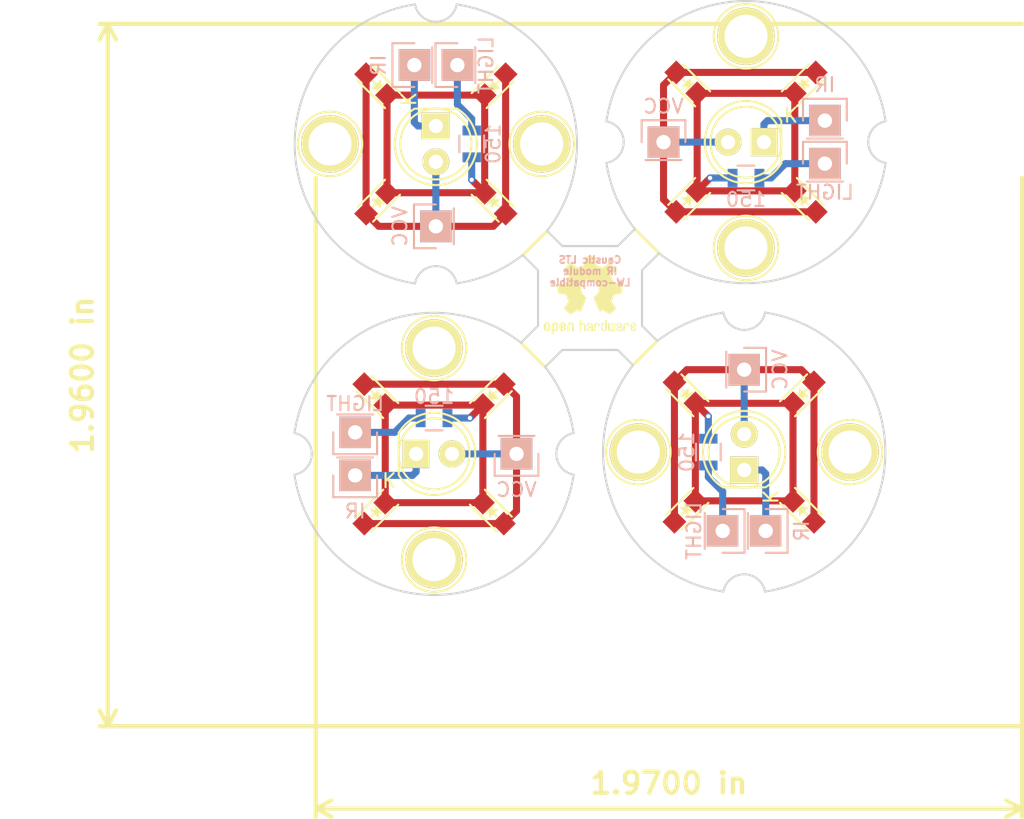
<source format=kicad_pcb>
(kicad_pcb (version 4) (host pcbnew 4.0.3-stable)

  (general
    (links 56)
    (no_connects 12)
    (area -10.235001 -32.206001 32.333001 10.108001)
    (thickness 1.6)
    (drawings 56)
    (tracks 84)
    (zones 0)
    (modules 45)
    (nets 5)
  )

  (page A4)
  (layers
    (0 F.Cu signal)
    (31 B.Cu signal)
    (32 B.Adhes user)
    (33 F.Adhes user)
    (34 B.Paste user)
    (35 F.Paste user)
    (36 B.SilkS user)
    (37 F.SilkS user)
    (38 B.Mask user)
    (39 F.Mask user)
    (40 Dwgs.User user)
    (41 Cmts.User user)
    (42 Eco1.User user)
    (43 Eco2.User user)
    (44 Edge.Cuts user)
    (45 Margin user)
    (46 B.CrtYd user)
    (47 F.CrtYd user)
    (48 B.Fab user)
    (49 F.Fab user)
  )

  (setup
    (last_trace_width 0.5)
    (trace_clearance 0.2)
    (zone_clearance 0.508)
    (zone_45_only no)
    (trace_min 0.2)
    (segment_width 0.2)
    (edge_width 0.15)
    (via_size 0.4)
    (via_drill 0.3)
    (via_min_size 0.3)
    (via_min_drill 0.3)
    (uvia_size 0.3)
    (uvia_drill 0.1)
    (uvias_allowed no)
    (uvia_min_size 0.2)
    (uvia_min_drill 0.1)
    (pcb_text_width 0.3)
    (pcb_text_size 1.5 1.5)
    (mod_edge_width 0.15)
    (mod_text_size 1 1)
    (mod_text_width 0.15)
    (pad_size 4.064 4.064)
    (pad_drill 3.048)
    (pad_to_mask_clearance 0.2)
    (aux_axis_origin 0 0)
    (visible_elements FFFFFF7F)
    (pcbplotparams
      (layerselection 0x00030_80000001)
      (usegerberextensions false)
      (excludeedgelayer true)
      (linewidth 0.100000)
      (plotframeref false)
      (viasonmask false)
      (mode 1)
      (useauxorigin false)
      (hpglpennumber 1)
      (hpglpenspeed 20)
      (hpglpendiameter 15)
      (hpglpenoverlay 2)
      (psnegative false)
      (psa4output false)
      (plotreference true)
      (plotvalue true)
      (plotinvisibletext false)
      (padsonsilk false)
      (subtractmaskfromsilk false)
      (outputformat 1)
      (mirror false)
      (drillshape 1)
      (scaleselection 1)
      (outputdirectory ""))
  )

  (net 0 "")
  (net 1 "Net-(D1-Pad1)")
  (net 2 "Net-(D1-Pad2)")
  (net 3 "Net-(D2-Pad1)")
  (net 4 "Net-(P2-Pad1)")

  (net_class Default "Это класс цепей по умолчанию."
    (clearance 0.2)
    (trace_width 0.5)
    (via_dia 0.4)
    (via_drill 0.3)
    (uvia_dia 0.3)
    (uvia_drill 0.1)
    (add_net "Net-(D1-Pad1)")
    (add_net "Net-(D1-Pad2)")
    (add_net "Net-(D2-Pad1)")
    (add_net "Net-(P2-Pad1)")
  )

  (module Connect:1pin (layer F.Cu) (tedit 57C9E4F7) (tstamp 57CC02FE)
    (at 22.098 -29.598 180)
    (descr "module 1 pin (ou trou mecanique de percage)")
    (tags DEV)
    (fp_text reference REF** (at 0 -3.048 180) (layer F.SilkS) hide
      (effects (font (size 1 1) (thickness 0.15)))
    )
    (fp_text value 1pin (at 0 2.794 180) (layer F.Fab) hide
      (effects (font (size 1 1) (thickness 0.15)))
    )
    (fp_circle (center 0 0) (end 0 -2.286) (layer F.SilkS) (width 0.15))
    (pad 1 thru_hole circle (at 0 0 180) (size 4.064 4.064) (drill 3.048) (layers *.Cu *.Mask F.SilkS))
  )

  (module Connect:1pin (layer F.Cu) (tedit 57C9E48E) (tstamp 57CC02F9)
    (at 22.098 -14.598 180)
    (descr "module 1 pin (ou trou mecanique de percage)")
    (tags DEV)
    (fp_text reference REF** (at 0 -3.048 180) (layer F.SilkS) hide
      (effects (font (size 1 1) (thickness 0.15)))
    )
    (fp_text value 1pin (at 0 2.794 180) (layer F.Fab) hide
      (effects (font (size 1 1) (thickness 0.15)))
    )
    (fp_circle (center 0 0) (end 0 -2.286) (layer F.SilkS) (width 0.15))
    (pad 1 thru_hole circle (at 0 0 180) (size 4.064 4.064) (drill 3.048) (layers *.Cu *.Mask F.SilkS))
  )

  (module Resistors_SMD:R_0805 (layer B.Cu) (tedit 57CBFF97) (tstamp 57CC02EE)
    (at 22.098 -19.558)
    (descr "Resistor SMD 0805, reflow soldering, Vishay (see dcrcw.pdf)")
    (tags "resistor 0805")
    (path /57C93624)
    (attr smd)
    (fp_text reference R1 (at 0 2.1) (layer B.SilkS) hide
      (effects (font (size 1 1) (thickness 0.15)) (justify mirror))
    )
    (fp_text value 150 (at 0 1.524) (layer B.SilkS)
      (effects (font (size 1 1) (thickness 0.15)) (justify mirror))
    )
    (fp_line (start -1.6 1) (end 1.6 1) (layer B.CrtYd) (width 0.05))
    (fp_line (start -1.6 -1) (end 1.6 -1) (layer B.CrtYd) (width 0.05))
    (fp_line (start -1.6 1) (end -1.6 -1) (layer B.CrtYd) (width 0.05))
    (fp_line (start 1.6 1) (end 1.6 -1) (layer B.CrtYd) (width 0.05))
    (fp_line (start 0.6 -0.875) (end -0.6 -0.875) (layer B.SilkS) (width 0.15))
    (fp_line (start -0.6 0.875) (end 0.6 0.875) (layer B.SilkS) (width 0.15))
    (pad 1 smd rect (at -0.95 0) (size 0.7 1.3) (layers B.Cu B.Paste B.Mask)
      (net 3 "Net-(D2-Pad1)"))
    (pad 2 smd rect (at 0.95 0) (size 0.7 1.3) (layers B.Cu B.Paste B.Mask)
      (net 4 "Net-(P2-Pad1)"))
    (model Resistors_SMD.3dshapes/R_0805.wrl
      (at (xyz 0 0 0))
      (scale (xyz 1 1 1))
      (rotate (xyz 0 0 0))
    )
  )

  (module Pin_Headers:Pin_Header_Straight_1x01 (layer B.Cu) (tedit 57CBFED1) (tstamp 57CC02E2)
    (at 16.256 -22.098 180)
    (descr "Through hole pin header")
    (tags "pin header")
    (path /57C9351E)
    (fp_text reference P3 (at 0 5.1 180) (layer B.SilkS) hide
      (effects (font (size 1 1) (thickness 0.15)) (justify mirror))
    )
    (fp_text value VCC (at 0 2.54 180) (layer B.SilkS)
      (effects (font (size 1 1) (thickness 0.15)) (justify mirror))
    )
    (fp_line (start 1.55 1.55) (end 1.55 0) (layer B.SilkS) (width 0.15))
    (fp_line (start -1.75 1.75) (end -1.75 -1.75) (layer B.CrtYd) (width 0.05))
    (fp_line (start 1.75 1.75) (end 1.75 -1.75) (layer B.CrtYd) (width 0.05))
    (fp_line (start -1.75 1.75) (end 1.75 1.75) (layer B.CrtYd) (width 0.05))
    (fp_line (start -1.75 -1.75) (end 1.75 -1.75) (layer B.CrtYd) (width 0.05))
    (fp_line (start -1.55 0) (end -1.55 1.55) (layer B.SilkS) (width 0.15))
    (fp_line (start -1.55 1.55) (end 1.55 1.55) (layer B.SilkS) (width 0.15))
    (fp_line (start -1.27 -1.27) (end 1.27 -1.27) (layer B.SilkS) (width 0.15))
    (pad 1 thru_hole rect (at 0 0 180) (size 2.2352 2.2352) (drill 1.016) (layers *.Cu *.Mask B.SilkS)
      (net 2 "Net-(D1-Pad2)"))
    (model Pin_Headers.3dshapes/Pin_Header_Straight_1x01.wrl
      (at (xyz 0 0 0))
      (scale (xyz 1 1 1))
      (rotate (xyz 0 0 90))
    )
  )

  (module Pin_Headers:Pin_Header_Straight_1x01 (layer B.Cu) (tedit 57CBFF27) (tstamp 57CC02D6)
    (at 27.686 -20.574 180)
    (descr "Through hole pin header")
    (tags "pin header")
    (path /57C93894)
    (fp_text reference P2 (at 0 5.1 180) (layer B.SilkS) hide
      (effects (font (size 1 1) (thickness 0.15)) (justify mirror))
    )
    (fp_text value LIGHT (at 0 -2.032 180) (layer B.SilkS)
      (effects (font (size 1 1) (thickness 0.15)) (justify mirror))
    )
    (fp_line (start 1.55 1.55) (end 1.55 0) (layer B.SilkS) (width 0.15))
    (fp_line (start -1.75 1.75) (end -1.75 -1.75) (layer B.CrtYd) (width 0.05))
    (fp_line (start 1.75 1.75) (end 1.75 -1.75) (layer B.CrtYd) (width 0.05))
    (fp_line (start -1.75 1.75) (end 1.75 1.75) (layer B.CrtYd) (width 0.05))
    (fp_line (start -1.75 -1.75) (end 1.75 -1.75) (layer B.CrtYd) (width 0.05))
    (fp_line (start -1.55 0) (end -1.55 1.55) (layer B.SilkS) (width 0.15))
    (fp_line (start -1.55 1.55) (end 1.55 1.55) (layer B.SilkS) (width 0.15))
    (fp_line (start -1.27 -1.27) (end 1.27 -1.27) (layer B.SilkS) (width 0.15))
    (pad 1 thru_hole rect (at 0 0 180) (size 2.2352 2.2352) (drill 1.016) (layers *.Cu *.Mask B.SilkS)
      (net 4 "Net-(P2-Pad1)"))
    (model Pin_Headers.3dshapes/Pin_Header_Straight_1x01.wrl
      (at (xyz 0 0 0))
      (scale (xyz 1 1 1))
      (rotate (xyz 0 0 90))
    )
  )

  (module Pin_Headers:Pin_Header_Straight_1x01 (layer B.Cu) (tedit 57CBFF17) (tstamp 57CC02CA)
    (at 27.686 -23.622 180)
    (descr "Through hole pin header")
    (tags "pin header")
    (path /57C935DF)
    (fp_text reference P1 (at 0 5.1 180) (layer B.SilkS) hide
      (effects (font (size 1 1) (thickness 0.15)) (justify mirror))
    )
    (fp_text value IR (at 0 2.54 180) (layer B.SilkS)
      (effects (font (size 1 1) (thickness 0.15)) (justify mirror))
    )
    (fp_line (start 1.55 1.55) (end 1.55 0) (layer B.SilkS) (width 0.15))
    (fp_line (start -1.75 1.75) (end -1.75 -1.75) (layer B.CrtYd) (width 0.05))
    (fp_line (start 1.75 1.75) (end 1.75 -1.75) (layer B.CrtYd) (width 0.05))
    (fp_line (start -1.75 1.75) (end 1.75 1.75) (layer B.CrtYd) (width 0.05))
    (fp_line (start -1.75 -1.75) (end 1.75 -1.75) (layer B.CrtYd) (width 0.05))
    (fp_line (start -1.55 0) (end -1.55 1.55) (layer B.SilkS) (width 0.15))
    (fp_line (start -1.55 1.55) (end 1.55 1.55) (layer B.SilkS) (width 0.15))
    (fp_line (start -1.27 -1.27) (end 1.27 -1.27) (layer B.SilkS) (width 0.15))
    (pad 1 thru_hole rect (at 0 0 180) (size 2.2352 2.2352) (drill 1.016) (layers *.Cu *.Mask B.SilkS)
      (net 1 "Net-(D1-Pad1)"))
    (model Pin_Headers.3dshapes/Pin_Header_Straight_1x01.wrl
      (at (xyz 0 0 0))
      (scale (xyz 1 1 1))
      (rotate (xyz 0 0 90))
    )
  )

  (module LEDs:LED_0805 (layer F.Cu) (tedit 57CBF978) (tstamp 57CC02B0)
    (at 17.898 -26.298 135)
    (descr "LED 0805 smd package")
    (tags "LED 0805 SMD")
    (path /57C93451)
    (attr smd)
    (fp_text reference D5 (at 0 -1.75 135) (layer F.SilkS) hide
      (effects (font (size 1 1) (thickness 0.15)))
    )
    (fp_text value LED (at 0 1.75 135) (layer F.Fab) hide
      (effects (font (size 1 1) (thickness 0.15)))
    )
    (fp_line (start -0.4 -0.3) (end -0.4 0.3) (layer F.Fab) (width 0.15))
    (fp_line (start -0.3 0) (end 0 -0.3) (layer F.Fab) (width 0.15))
    (fp_line (start 0 0.3) (end -0.3 0) (layer F.Fab) (width 0.15))
    (fp_line (start 0 -0.3) (end 0 0.3) (layer F.Fab) (width 0.15))
    (fp_line (start 1 -0.6) (end -1 -0.6) (layer F.Fab) (width 0.15))
    (fp_line (start 1 0.6) (end 1 -0.6) (layer F.Fab) (width 0.15))
    (fp_line (start -1 0.6) (end 1 0.6) (layer F.Fab) (width 0.15))
    (fp_line (start -1 -0.6) (end -1 0.6) (layer F.Fab) (width 0.15))
    (fp_line (start -1.6 0.75) (end 1.1 0.75) (layer F.SilkS) (width 0.15))
    (fp_line (start -1.6 -0.75) (end 1.1 -0.75) (layer F.SilkS) (width 0.15))
    (fp_line (start -0.1 0.15) (end -0.1 -0.1) (layer F.SilkS) (width 0.15))
    (fp_line (start -0.1 -0.1) (end -0.25 0.05) (layer F.SilkS) (width 0.15))
    (fp_line (start -0.35 -0.35) (end -0.35 0.35) (layer F.SilkS) (width 0.15))
    (fp_line (start 0 0) (end 0.35 0) (layer F.SilkS) (width 0.15))
    (fp_line (start -0.35 0) (end 0 -0.35) (layer F.SilkS) (width 0.15))
    (fp_line (start 0 -0.35) (end 0 0.35) (layer F.SilkS) (width 0.15))
    (fp_line (start 0 0.35) (end -0.35 0) (layer F.SilkS) (width 0.15))
    (fp_line (start 1.9 -0.95) (end 1.9 0.95) (layer F.CrtYd) (width 0.05))
    (fp_line (start 1.9 0.95) (end -1.9 0.95) (layer F.CrtYd) (width 0.05))
    (fp_line (start -1.9 0.95) (end -1.9 -0.95) (layer F.CrtYd) (width 0.05))
    (fp_line (start -1.9 -0.95) (end 1.9 -0.95) (layer F.CrtYd) (width 0.05))
    (pad 2 smd rect (at 1.04902 0 315) (size 1.19888 1.19888) (layers F.Cu F.Paste F.Mask)
      (net 2 "Net-(D1-Pad2)"))
    (pad 1 smd rect (at -1.04902 0 315) (size 1.19888 1.19888) (layers F.Cu F.Paste F.Mask)
      (net 3 "Net-(D2-Pad1)"))
    (model LEDs.3dshapes/LED_0805.wrl
      (at (xyz 0 0 0))
      (scale (xyz 1 1 1))
      (rotate (xyz 0 0 0))
    )
  )

  (module LEDs:LED_0805 (layer F.Cu) (tedit 57CBF94B) (tstamp 57CC0296)
    (at 17.898 -17.898 225)
    (descr "LED 0805 smd package")
    (tags "LED 0805 SMD")
    (path /57C93406)
    (attr smd)
    (fp_text reference D4 (at 0 -1.75 225) (layer F.SilkS) hide
      (effects (font (size 1 1) (thickness 0.15)))
    )
    (fp_text value LED (at 0 1.75 225) (layer F.Fab) hide
      (effects (font (size 1 1) (thickness 0.15)))
    )
    (fp_line (start -0.4 -0.3) (end -0.4 0.3) (layer F.Fab) (width 0.15))
    (fp_line (start -0.3 0) (end 0 -0.3) (layer F.Fab) (width 0.15))
    (fp_line (start 0 0.3) (end -0.3 0) (layer F.Fab) (width 0.15))
    (fp_line (start 0 -0.3) (end 0 0.3) (layer F.Fab) (width 0.15))
    (fp_line (start 1 -0.6) (end -1 -0.6) (layer F.Fab) (width 0.15))
    (fp_line (start 1 0.6) (end 1 -0.6) (layer F.Fab) (width 0.15))
    (fp_line (start -1 0.6) (end 1 0.6) (layer F.Fab) (width 0.15))
    (fp_line (start -1 -0.6) (end -1 0.6) (layer F.Fab) (width 0.15))
    (fp_line (start -1.6 0.75) (end 1.1 0.75) (layer F.SilkS) (width 0.15))
    (fp_line (start -1.6 -0.75) (end 1.1 -0.75) (layer F.SilkS) (width 0.15))
    (fp_line (start -0.1 0.15) (end -0.1 -0.1) (layer F.SilkS) (width 0.15))
    (fp_line (start -0.1 -0.1) (end -0.25 0.05) (layer F.SilkS) (width 0.15))
    (fp_line (start -0.35 -0.35) (end -0.35 0.35) (layer F.SilkS) (width 0.15))
    (fp_line (start 0 0) (end 0.35 0) (layer F.SilkS) (width 0.15))
    (fp_line (start -0.35 0) (end 0 -0.35) (layer F.SilkS) (width 0.15))
    (fp_line (start 0 -0.35) (end 0 0.35) (layer F.SilkS) (width 0.15))
    (fp_line (start 0 0.35) (end -0.35 0) (layer F.SilkS) (width 0.15))
    (fp_line (start 1.9 -0.95) (end 1.9 0.95) (layer F.CrtYd) (width 0.05))
    (fp_line (start 1.9 0.95) (end -1.9 0.95) (layer F.CrtYd) (width 0.05))
    (fp_line (start -1.9 0.95) (end -1.9 -0.95) (layer F.CrtYd) (width 0.05))
    (fp_line (start -1.9 -0.95) (end 1.9 -0.95) (layer F.CrtYd) (width 0.05))
    (pad 2 smd rect (at 1.04902 0 45) (size 1.19888 1.19888) (layers F.Cu F.Paste F.Mask)
      (net 2 "Net-(D1-Pad2)"))
    (pad 1 smd rect (at -1.04902 0 45) (size 1.19888 1.19888) (layers F.Cu F.Paste F.Mask)
      (net 3 "Net-(D2-Pad1)"))
    (model LEDs.3dshapes/LED_0805.wrl
      (at (xyz 0 0 0))
      (scale (xyz 1 1 1))
      (rotate (xyz 0 0 0))
    )
  )

  (module LEDs:LED_0805 (layer F.Cu) (tedit 57CBF943) (tstamp 57CC027C)
    (at 26.298 -17.898 315)
    (descr "LED 0805 smd package")
    (tags "LED 0805 SMD")
    (path /57C933C7)
    (attr smd)
    (fp_text reference D3 (at 0 -1.75 315) (layer F.SilkS) hide
      (effects (font (size 1 1) (thickness 0.15)))
    )
    (fp_text value LED (at 0 1.75 315) (layer F.Fab) hide
      (effects (font (size 1 1) (thickness 0.15)))
    )
    (fp_line (start -0.4 -0.3) (end -0.4 0.3) (layer F.Fab) (width 0.15))
    (fp_line (start -0.3 0) (end 0 -0.3) (layer F.Fab) (width 0.15))
    (fp_line (start 0 0.3) (end -0.3 0) (layer F.Fab) (width 0.15))
    (fp_line (start 0 -0.3) (end 0 0.3) (layer F.Fab) (width 0.15))
    (fp_line (start 1 -0.6) (end -1 -0.6) (layer F.Fab) (width 0.15))
    (fp_line (start 1 0.6) (end 1 -0.6) (layer F.Fab) (width 0.15))
    (fp_line (start -1 0.6) (end 1 0.6) (layer F.Fab) (width 0.15))
    (fp_line (start -1 -0.6) (end -1 0.6) (layer F.Fab) (width 0.15))
    (fp_line (start -1.6 0.75) (end 1.1 0.75) (layer F.SilkS) (width 0.15))
    (fp_line (start -1.6 -0.75) (end 1.1 -0.75) (layer F.SilkS) (width 0.15))
    (fp_line (start -0.1 0.15) (end -0.1 -0.1) (layer F.SilkS) (width 0.15))
    (fp_line (start -0.1 -0.1) (end -0.25 0.05) (layer F.SilkS) (width 0.15))
    (fp_line (start -0.35 -0.35) (end -0.35 0.35) (layer F.SilkS) (width 0.15))
    (fp_line (start 0 0) (end 0.35 0) (layer F.SilkS) (width 0.15))
    (fp_line (start -0.35 0) (end 0 -0.35) (layer F.SilkS) (width 0.15))
    (fp_line (start 0 -0.35) (end 0 0.35) (layer F.SilkS) (width 0.15))
    (fp_line (start 0 0.35) (end -0.35 0) (layer F.SilkS) (width 0.15))
    (fp_line (start 1.9 -0.95) (end 1.9 0.95) (layer F.CrtYd) (width 0.05))
    (fp_line (start 1.9 0.95) (end -1.9 0.95) (layer F.CrtYd) (width 0.05))
    (fp_line (start -1.9 0.95) (end -1.9 -0.95) (layer F.CrtYd) (width 0.05))
    (fp_line (start -1.9 -0.95) (end 1.9 -0.95) (layer F.CrtYd) (width 0.05))
    (pad 2 smd rect (at 1.04902 0 135) (size 1.19888 1.19888) (layers F.Cu F.Paste F.Mask)
      (net 2 "Net-(D1-Pad2)"))
    (pad 1 smd rect (at -1.04902 0 135) (size 1.19888 1.19888) (layers F.Cu F.Paste F.Mask)
      (net 3 "Net-(D2-Pad1)"))
    (model LEDs.3dshapes/LED_0805.wrl
      (at (xyz 0 0 0))
      (scale (xyz 1 1 1))
      (rotate (xyz 0 0 0))
    )
  )

  (module LEDs:LED_0805 (layer F.Cu) (tedit 57CBFEDE) (tstamp 57CC0262)
    (at 26.298 -26.298 45)
    (descr "LED 0805 smd package")
    (tags "LED 0805 SMD")
    (path /57C93386)
    (attr smd)
    (fp_text reference D2 (at 0 -1.75 45) (layer F.SilkS) hide
      (effects (font (size 1 1) (thickness 0.15)))
    )
    (fp_text value LED (at 0 1.75 45) (layer F.Fab) hide
      (effects (font (size 1 1) (thickness 0.15)))
    )
    (fp_line (start -0.4 -0.3) (end -0.4 0.3) (layer F.Fab) (width 0.15))
    (fp_line (start -0.3 0) (end 0 -0.3) (layer F.Fab) (width 0.15))
    (fp_line (start 0 0.3) (end -0.3 0) (layer F.Fab) (width 0.15))
    (fp_line (start 0 -0.3) (end 0 0.3) (layer F.Fab) (width 0.15))
    (fp_line (start 1 -0.6) (end -1 -0.6) (layer F.Fab) (width 0.15))
    (fp_line (start 1 0.6) (end 1 -0.6) (layer F.Fab) (width 0.15))
    (fp_line (start -1 0.6) (end 1 0.6) (layer F.Fab) (width 0.15))
    (fp_line (start -1 -0.6) (end -1 0.6) (layer F.Fab) (width 0.15))
    (fp_line (start -1.6 0.75) (end 1.1 0.75) (layer F.SilkS) (width 0.15))
    (fp_line (start -1.6 -0.75) (end 1.1 -0.75) (layer F.SilkS) (width 0.15))
    (fp_line (start -0.1 0.15) (end -0.1 -0.1) (layer F.SilkS) (width 0.15))
    (fp_line (start -0.1 -0.1) (end -0.25 0.05) (layer F.SilkS) (width 0.15))
    (fp_line (start -0.35 -0.35) (end -0.35 0.35) (layer F.SilkS) (width 0.15))
    (fp_line (start 0 0) (end 0.35 0) (layer F.SilkS) (width 0.15))
    (fp_line (start -0.35 0) (end 0 -0.35) (layer F.SilkS) (width 0.15))
    (fp_line (start 0 -0.35) (end 0 0.35) (layer F.SilkS) (width 0.15))
    (fp_line (start 0 0.35) (end -0.35 0) (layer F.SilkS) (width 0.15))
    (fp_line (start 1.9 -0.95) (end 1.9 0.95) (layer F.CrtYd) (width 0.05))
    (fp_line (start 1.9 0.95) (end -1.9 0.95) (layer F.CrtYd) (width 0.05))
    (fp_line (start -1.9 0.95) (end -1.9 -0.95) (layer F.CrtYd) (width 0.05))
    (fp_line (start -1.9 -0.95) (end 1.9 -0.95) (layer F.CrtYd) (width 0.05))
    (pad 2 smd rect (at 1.04902 0 225) (size 1.19888 1.19888) (layers F.Cu F.Paste F.Mask)
      (net 2 "Net-(D1-Pad2)"))
    (pad 1 smd rect (at -1.04902 0 225) (size 1.19888 1.19888) (layers F.Cu F.Paste F.Mask)
      (net 3 "Net-(D2-Pad1)"))
    (model LEDs.3dshapes/LED_0805.wrl
      (at (xyz 0 0 0))
      (scale (xyz 1 1 1))
      (rotate (xyz 0 0 0))
    )
  )

  (module LEDs:LED-5MM (layer F.Cu) (tedit 57CBF970) (tstamp 57CC0257)
    (at 23.368 -22.098 180)
    (descr "LED 5mm round vertical")
    (tags "LED 5mm round vertical")
    (path /57C931A7)
    (fp_text reference D1 (at 1.524 4.064 180) (layer F.SilkS) hide
      (effects (font (size 1 1) (thickness 0.15)))
    )
    (fp_text value IR-LED (at 1.524 -3.937 180) (layer F.Fab) hide
      (effects (font (size 1 1) (thickness 0.15)))
    )
    (fp_line (start -1.5 -1.55) (end -1.5 1.55) (layer F.CrtYd) (width 0.05))
    (fp_arc (start 1.3 0) (end -1.5 1.55) (angle -302) (layer F.CrtYd) (width 0.05))
    (fp_arc (start 1.27 0) (end -1.23 -1.5) (angle 297.5) (layer F.SilkS) (width 0.15))
    (fp_line (start -1.23 1.5) (end -1.23 -1.5) (layer F.SilkS) (width 0.15))
    (fp_circle (center 1.27 0) (end 0.97 -2.5) (layer F.SilkS) (width 0.15))
    (fp_text user K (at -1.905 1.905 180) (layer F.SilkS)
      (effects (font (size 1 1) (thickness 0.15)))
    )
    (pad 1 thru_hole rect (at 0 0 270) (size 2 1.9) (drill 1.00076) (layers *.Cu *.Mask F.SilkS)
      (net 1 "Net-(D1-Pad1)"))
    (pad 2 thru_hole circle (at 2.54 0 180) (size 1.9 1.9) (drill 1.00076) (layers *.Cu *.Mask F.SilkS)
      (net 2 "Net-(D1-Pad2)"))
    (model LEDs.3dshapes/LED-5MM.wrl
      (at (xyz 0.05 0 0))
      (scale (xyz 1 1 1))
      (rotate (xyz 0 0 90))
    )
  )

  (module LEDs:LED-5MM (layer F.Cu) (tedit 57CBF970) (tstamp 57CC024C)
    (at 0.127 -23.241 270)
    (descr "LED 5mm round vertical")
    (tags "LED 5mm round vertical")
    (path /57C931A7)
    (fp_text reference D1 (at 1.524 4.064 270) (layer F.SilkS) hide
      (effects (font (size 1 1) (thickness 0.15)))
    )
    (fp_text value IR-LED (at 1.524 -3.937 270) (layer F.Fab) hide
      (effects (font (size 1 1) (thickness 0.15)))
    )
    (fp_line (start -1.5 -1.55) (end -1.5 1.55) (layer F.CrtYd) (width 0.05))
    (fp_arc (start 1.3 0) (end -1.5 1.55) (angle -302) (layer F.CrtYd) (width 0.05))
    (fp_arc (start 1.27 0) (end -1.23 -1.5) (angle 297.5) (layer F.SilkS) (width 0.15))
    (fp_line (start -1.23 1.5) (end -1.23 -1.5) (layer F.SilkS) (width 0.15))
    (fp_circle (center 1.27 0) (end 0.97 -2.5) (layer F.SilkS) (width 0.15))
    (fp_text user K (at -1.905 1.905 270) (layer F.SilkS)
      (effects (font (size 1 1) (thickness 0.15)))
    )
    (pad 1 thru_hole rect (at 0 0) (size 2 1.9) (drill 1.00076) (layers *.Cu *.Mask F.SilkS)
      (net 1 "Net-(D1-Pad1)"))
    (pad 2 thru_hole circle (at 2.54 0 270) (size 1.9 1.9) (drill 1.00076) (layers *.Cu *.Mask F.SilkS)
      (net 2 "Net-(D1-Pad2)"))
    (model LEDs.3dshapes/LED-5MM.wrl
      (at (xyz 0.05 0 0))
      (scale (xyz 1 1 1))
      (rotate (xyz 0 0 90))
    )
  )

  (module LEDs:LED_0805 (layer F.Cu) (tedit 57CBFEDE) (tstamp 57CC0232)
    (at -4.073 -26.171 135)
    (descr "LED 0805 smd package")
    (tags "LED 0805 SMD")
    (path /57C93386)
    (attr smd)
    (fp_text reference D2 (at 0 -1.75 135) (layer F.SilkS) hide
      (effects (font (size 1 1) (thickness 0.15)))
    )
    (fp_text value LED (at 0 1.75 135) (layer F.Fab) hide
      (effects (font (size 1 1) (thickness 0.15)))
    )
    (fp_line (start -0.4 -0.3) (end -0.4 0.3) (layer F.Fab) (width 0.15))
    (fp_line (start -0.3 0) (end 0 -0.3) (layer F.Fab) (width 0.15))
    (fp_line (start 0 0.3) (end -0.3 0) (layer F.Fab) (width 0.15))
    (fp_line (start 0 -0.3) (end 0 0.3) (layer F.Fab) (width 0.15))
    (fp_line (start 1 -0.6) (end -1 -0.6) (layer F.Fab) (width 0.15))
    (fp_line (start 1 0.6) (end 1 -0.6) (layer F.Fab) (width 0.15))
    (fp_line (start -1 0.6) (end 1 0.6) (layer F.Fab) (width 0.15))
    (fp_line (start -1 -0.6) (end -1 0.6) (layer F.Fab) (width 0.15))
    (fp_line (start -1.6 0.75) (end 1.1 0.75) (layer F.SilkS) (width 0.15))
    (fp_line (start -1.6 -0.75) (end 1.1 -0.75) (layer F.SilkS) (width 0.15))
    (fp_line (start -0.1 0.15) (end -0.1 -0.1) (layer F.SilkS) (width 0.15))
    (fp_line (start -0.1 -0.1) (end -0.25 0.05) (layer F.SilkS) (width 0.15))
    (fp_line (start -0.35 -0.35) (end -0.35 0.35) (layer F.SilkS) (width 0.15))
    (fp_line (start 0 0) (end 0.35 0) (layer F.SilkS) (width 0.15))
    (fp_line (start -0.35 0) (end 0 -0.35) (layer F.SilkS) (width 0.15))
    (fp_line (start 0 -0.35) (end 0 0.35) (layer F.SilkS) (width 0.15))
    (fp_line (start 0 0.35) (end -0.35 0) (layer F.SilkS) (width 0.15))
    (fp_line (start 1.9 -0.95) (end 1.9 0.95) (layer F.CrtYd) (width 0.05))
    (fp_line (start 1.9 0.95) (end -1.9 0.95) (layer F.CrtYd) (width 0.05))
    (fp_line (start -1.9 0.95) (end -1.9 -0.95) (layer F.CrtYd) (width 0.05))
    (fp_line (start -1.9 -0.95) (end 1.9 -0.95) (layer F.CrtYd) (width 0.05))
    (pad 2 smd rect (at 1.04902 0 315) (size 1.19888 1.19888) (layers F.Cu F.Paste F.Mask)
      (net 2 "Net-(D1-Pad2)"))
    (pad 1 smd rect (at -1.04902 0 315) (size 1.19888 1.19888) (layers F.Cu F.Paste F.Mask)
      (net 3 "Net-(D2-Pad1)"))
    (model LEDs.3dshapes/LED_0805.wrl
      (at (xyz 0 0 0))
      (scale (xyz 1 1 1))
      (rotate (xyz 0 0 0))
    )
  )

  (module LEDs:LED_0805 (layer F.Cu) (tedit 57CBF943) (tstamp 57CC0218)
    (at 4.327 -26.171 45)
    (descr "LED 0805 smd package")
    (tags "LED 0805 SMD")
    (path /57C933C7)
    (attr smd)
    (fp_text reference D3 (at 0 -1.75 45) (layer F.SilkS) hide
      (effects (font (size 1 1) (thickness 0.15)))
    )
    (fp_text value LED (at 0 1.75 45) (layer F.Fab) hide
      (effects (font (size 1 1) (thickness 0.15)))
    )
    (fp_line (start -0.4 -0.3) (end -0.4 0.3) (layer F.Fab) (width 0.15))
    (fp_line (start -0.3 0) (end 0 -0.3) (layer F.Fab) (width 0.15))
    (fp_line (start 0 0.3) (end -0.3 0) (layer F.Fab) (width 0.15))
    (fp_line (start 0 -0.3) (end 0 0.3) (layer F.Fab) (width 0.15))
    (fp_line (start 1 -0.6) (end -1 -0.6) (layer F.Fab) (width 0.15))
    (fp_line (start 1 0.6) (end 1 -0.6) (layer F.Fab) (width 0.15))
    (fp_line (start -1 0.6) (end 1 0.6) (layer F.Fab) (width 0.15))
    (fp_line (start -1 -0.6) (end -1 0.6) (layer F.Fab) (width 0.15))
    (fp_line (start -1.6 0.75) (end 1.1 0.75) (layer F.SilkS) (width 0.15))
    (fp_line (start -1.6 -0.75) (end 1.1 -0.75) (layer F.SilkS) (width 0.15))
    (fp_line (start -0.1 0.15) (end -0.1 -0.1) (layer F.SilkS) (width 0.15))
    (fp_line (start -0.1 -0.1) (end -0.25 0.05) (layer F.SilkS) (width 0.15))
    (fp_line (start -0.35 -0.35) (end -0.35 0.35) (layer F.SilkS) (width 0.15))
    (fp_line (start 0 0) (end 0.35 0) (layer F.SilkS) (width 0.15))
    (fp_line (start -0.35 0) (end 0 -0.35) (layer F.SilkS) (width 0.15))
    (fp_line (start 0 -0.35) (end 0 0.35) (layer F.SilkS) (width 0.15))
    (fp_line (start 0 0.35) (end -0.35 0) (layer F.SilkS) (width 0.15))
    (fp_line (start 1.9 -0.95) (end 1.9 0.95) (layer F.CrtYd) (width 0.05))
    (fp_line (start 1.9 0.95) (end -1.9 0.95) (layer F.CrtYd) (width 0.05))
    (fp_line (start -1.9 0.95) (end -1.9 -0.95) (layer F.CrtYd) (width 0.05))
    (fp_line (start -1.9 -0.95) (end 1.9 -0.95) (layer F.CrtYd) (width 0.05))
    (pad 2 smd rect (at 1.04902 0 225) (size 1.19888 1.19888) (layers F.Cu F.Paste F.Mask)
      (net 2 "Net-(D1-Pad2)"))
    (pad 1 smd rect (at -1.04902 0 225) (size 1.19888 1.19888) (layers F.Cu F.Paste F.Mask)
      (net 3 "Net-(D2-Pad1)"))
    (model LEDs.3dshapes/LED_0805.wrl
      (at (xyz 0 0 0))
      (scale (xyz 1 1 1))
      (rotate (xyz 0 0 0))
    )
  )

  (module LEDs:LED_0805 (layer F.Cu) (tedit 57CBF94B) (tstamp 57CC01FE)
    (at 4.327 -17.771 315)
    (descr "LED 0805 smd package")
    (tags "LED 0805 SMD")
    (path /57C93406)
    (attr smd)
    (fp_text reference D4 (at 0 -1.75 315) (layer F.SilkS) hide
      (effects (font (size 1 1) (thickness 0.15)))
    )
    (fp_text value LED (at 0 1.75 315) (layer F.Fab) hide
      (effects (font (size 1 1) (thickness 0.15)))
    )
    (fp_line (start -0.4 -0.3) (end -0.4 0.3) (layer F.Fab) (width 0.15))
    (fp_line (start -0.3 0) (end 0 -0.3) (layer F.Fab) (width 0.15))
    (fp_line (start 0 0.3) (end -0.3 0) (layer F.Fab) (width 0.15))
    (fp_line (start 0 -0.3) (end 0 0.3) (layer F.Fab) (width 0.15))
    (fp_line (start 1 -0.6) (end -1 -0.6) (layer F.Fab) (width 0.15))
    (fp_line (start 1 0.6) (end 1 -0.6) (layer F.Fab) (width 0.15))
    (fp_line (start -1 0.6) (end 1 0.6) (layer F.Fab) (width 0.15))
    (fp_line (start -1 -0.6) (end -1 0.6) (layer F.Fab) (width 0.15))
    (fp_line (start -1.6 0.75) (end 1.1 0.75) (layer F.SilkS) (width 0.15))
    (fp_line (start -1.6 -0.75) (end 1.1 -0.75) (layer F.SilkS) (width 0.15))
    (fp_line (start -0.1 0.15) (end -0.1 -0.1) (layer F.SilkS) (width 0.15))
    (fp_line (start -0.1 -0.1) (end -0.25 0.05) (layer F.SilkS) (width 0.15))
    (fp_line (start -0.35 -0.35) (end -0.35 0.35) (layer F.SilkS) (width 0.15))
    (fp_line (start 0 0) (end 0.35 0) (layer F.SilkS) (width 0.15))
    (fp_line (start -0.35 0) (end 0 -0.35) (layer F.SilkS) (width 0.15))
    (fp_line (start 0 -0.35) (end 0 0.35) (layer F.SilkS) (width 0.15))
    (fp_line (start 0 0.35) (end -0.35 0) (layer F.SilkS) (width 0.15))
    (fp_line (start 1.9 -0.95) (end 1.9 0.95) (layer F.CrtYd) (width 0.05))
    (fp_line (start 1.9 0.95) (end -1.9 0.95) (layer F.CrtYd) (width 0.05))
    (fp_line (start -1.9 0.95) (end -1.9 -0.95) (layer F.CrtYd) (width 0.05))
    (fp_line (start -1.9 -0.95) (end 1.9 -0.95) (layer F.CrtYd) (width 0.05))
    (pad 2 smd rect (at 1.04902 0 135) (size 1.19888 1.19888) (layers F.Cu F.Paste F.Mask)
      (net 2 "Net-(D1-Pad2)"))
    (pad 1 smd rect (at -1.04902 0 135) (size 1.19888 1.19888) (layers F.Cu F.Paste F.Mask)
      (net 3 "Net-(D2-Pad1)"))
    (model LEDs.3dshapes/LED_0805.wrl
      (at (xyz 0 0 0))
      (scale (xyz 1 1 1))
      (rotate (xyz 0 0 0))
    )
  )

  (module LEDs:LED_0805 (layer F.Cu) (tedit 57CBF978) (tstamp 57CC01E4)
    (at -4.073 -17.771 225)
    (descr "LED 0805 smd package")
    (tags "LED 0805 SMD")
    (path /57C93451)
    (attr smd)
    (fp_text reference D5 (at 0 -1.75 225) (layer F.SilkS) hide
      (effects (font (size 1 1) (thickness 0.15)))
    )
    (fp_text value LED (at 0 1.75 225) (layer F.Fab) hide
      (effects (font (size 1 1) (thickness 0.15)))
    )
    (fp_line (start -0.4 -0.3) (end -0.4 0.3) (layer F.Fab) (width 0.15))
    (fp_line (start -0.3 0) (end 0 -0.3) (layer F.Fab) (width 0.15))
    (fp_line (start 0 0.3) (end -0.3 0) (layer F.Fab) (width 0.15))
    (fp_line (start 0 -0.3) (end 0 0.3) (layer F.Fab) (width 0.15))
    (fp_line (start 1 -0.6) (end -1 -0.6) (layer F.Fab) (width 0.15))
    (fp_line (start 1 0.6) (end 1 -0.6) (layer F.Fab) (width 0.15))
    (fp_line (start -1 0.6) (end 1 0.6) (layer F.Fab) (width 0.15))
    (fp_line (start -1 -0.6) (end -1 0.6) (layer F.Fab) (width 0.15))
    (fp_line (start -1.6 0.75) (end 1.1 0.75) (layer F.SilkS) (width 0.15))
    (fp_line (start -1.6 -0.75) (end 1.1 -0.75) (layer F.SilkS) (width 0.15))
    (fp_line (start -0.1 0.15) (end -0.1 -0.1) (layer F.SilkS) (width 0.15))
    (fp_line (start -0.1 -0.1) (end -0.25 0.05) (layer F.SilkS) (width 0.15))
    (fp_line (start -0.35 -0.35) (end -0.35 0.35) (layer F.SilkS) (width 0.15))
    (fp_line (start 0 0) (end 0.35 0) (layer F.SilkS) (width 0.15))
    (fp_line (start -0.35 0) (end 0 -0.35) (layer F.SilkS) (width 0.15))
    (fp_line (start 0 -0.35) (end 0 0.35) (layer F.SilkS) (width 0.15))
    (fp_line (start 0 0.35) (end -0.35 0) (layer F.SilkS) (width 0.15))
    (fp_line (start 1.9 -0.95) (end 1.9 0.95) (layer F.CrtYd) (width 0.05))
    (fp_line (start 1.9 0.95) (end -1.9 0.95) (layer F.CrtYd) (width 0.05))
    (fp_line (start -1.9 0.95) (end -1.9 -0.95) (layer F.CrtYd) (width 0.05))
    (fp_line (start -1.9 -0.95) (end 1.9 -0.95) (layer F.CrtYd) (width 0.05))
    (pad 2 smd rect (at 1.04902 0 45) (size 1.19888 1.19888) (layers F.Cu F.Paste F.Mask)
      (net 2 "Net-(D1-Pad2)"))
    (pad 1 smd rect (at -1.04902 0 45) (size 1.19888 1.19888) (layers F.Cu F.Paste F.Mask)
      (net 3 "Net-(D2-Pad1)"))
    (model LEDs.3dshapes/LED_0805.wrl
      (at (xyz 0 0 0))
      (scale (xyz 1 1 1))
      (rotate (xyz 0 0 0))
    )
  )

  (module Pin_Headers:Pin_Header_Straight_1x01 (layer B.Cu) (tedit 57CBFF17) (tstamp 57CC01D8)
    (at -1.397 -27.559 270)
    (descr "Through hole pin header")
    (tags "pin header")
    (path /57C935DF)
    (fp_text reference P1 (at 0 5.1 270) (layer B.SilkS) hide
      (effects (font (size 1 1) (thickness 0.15)) (justify mirror))
    )
    (fp_text value IR (at 0 2.54 270) (layer B.SilkS)
      (effects (font (size 1 1) (thickness 0.15)) (justify mirror))
    )
    (fp_line (start 1.55 1.55) (end 1.55 0) (layer B.SilkS) (width 0.15))
    (fp_line (start -1.75 1.75) (end -1.75 -1.75) (layer B.CrtYd) (width 0.05))
    (fp_line (start 1.75 1.75) (end 1.75 -1.75) (layer B.CrtYd) (width 0.05))
    (fp_line (start -1.75 1.75) (end 1.75 1.75) (layer B.CrtYd) (width 0.05))
    (fp_line (start -1.75 -1.75) (end 1.75 -1.75) (layer B.CrtYd) (width 0.05))
    (fp_line (start -1.55 0) (end -1.55 1.55) (layer B.SilkS) (width 0.15))
    (fp_line (start -1.55 1.55) (end 1.55 1.55) (layer B.SilkS) (width 0.15))
    (fp_line (start -1.27 -1.27) (end 1.27 -1.27) (layer B.SilkS) (width 0.15))
    (pad 1 thru_hole rect (at 0 0 270) (size 2.2352 2.2352) (drill 1.016) (layers *.Cu *.Mask B.SilkS)
      (net 1 "Net-(D1-Pad1)"))
    (model Pin_Headers.3dshapes/Pin_Header_Straight_1x01.wrl
      (at (xyz 0 0 0))
      (scale (xyz 1 1 1))
      (rotate (xyz 0 0 90))
    )
  )

  (module Pin_Headers:Pin_Header_Straight_1x01 (layer B.Cu) (tedit 57CBFF27) (tstamp 57CC01CC)
    (at 1.651 -27.559 270)
    (descr "Through hole pin header")
    (tags "pin header")
    (path /57C93894)
    (fp_text reference P2 (at 0 5.1 270) (layer B.SilkS) hide
      (effects (font (size 1 1) (thickness 0.15)) (justify mirror))
    )
    (fp_text value LIGHT (at 0 -2.032 270) (layer B.SilkS)
      (effects (font (size 1 1) (thickness 0.15)) (justify mirror))
    )
    (fp_line (start 1.55 1.55) (end 1.55 0) (layer B.SilkS) (width 0.15))
    (fp_line (start -1.75 1.75) (end -1.75 -1.75) (layer B.CrtYd) (width 0.05))
    (fp_line (start 1.75 1.75) (end 1.75 -1.75) (layer B.CrtYd) (width 0.05))
    (fp_line (start -1.75 1.75) (end 1.75 1.75) (layer B.CrtYd) (width 0.05))
    (fp_line (start -1.75 -1.75) (end 1.75 -1.75) (layer B.CrtYd) (width 0.05))
    (fp_line (start -1.55 0) (end -1.55 1.55) (layer B.SilkS) (width 0.15))
    (fp_line (start -1.55 1.55) (end 1.55 1.55) (layer B.SilkS) (width 0.15))
    (fp_line (start -1.27 -1.27) (end 1.27 -1.27) (layer B.SilkS) (width 0.15))
    (pad 1 thru_hole rect (at 0 0 270) (size 2.2352 2.2352) (drill 1.016) (layers *.Cu *.Mask B.SilkS)
      (net 4 "Net-(P2-Pad1)"))
    (model Pin_Headers.3dshapes/Pin_Header_Straight_1x01.wrl
      (at (xyz 0 0 0))
      (scale (xyz 1 1 1))
      (rotate (xyz 0 0 90))
    )
  )

  (module Pin_Headers:Pin_Header_Straight_1x01 (layer B.Cu) (tedit 57CBFED1) (tstamp 57CC01C0)
    (at 0.127 -16.129 270)
    (descr "Through hole pin header")
    (tags "pin header")
    (path /57C9351E)
    (fp_text reference P3 (at 0 5.1 270) (layer B.SilkS) hide
      (effects (font (size 1 1) (thickness 0.15)) (justify mirror))
    )
    (fp_text value VCC (at 0 2.54 270) (layer B.SilkS)
      (effects (font (size 1 1) (thickness 0.15)) (justify mirror))
    )
    (fp_line (start 1.55 1.55) (end 1.55 0) (layer B.SilkS) (width 0.15))
    (fp_line (start -1.75 1.75) (end -1.75 -1.75) (layer B.CrtYd) (width 0.05))
    (fp_line (start 1.75 1.75) (end 1.75 -1.75) (layer B.CrtYd) (width 0.05))
    (fp_line (start -1.75 1.75) (end 1.75 1.75) (layer B.CrtYd) (width 0.05))
    (fp_line (start -1.75 -1.75) (end 1.75 -1.75) (layer B.CrtYd) (width 0.05))
    (fp_line (start -1.55 0) (end -1.55 1.55) (layer B.SilkS) (width 0.15))
    (fp_line (start -1.55 1.55) (end 1.55 1.55) (layer B.SilkS) (width 0.15))
    (fp_line (start -1.27 -1.27) (end 1.27 -1.27) (layer B.SilkS) (width 0.15))
    (pad 1 thru_hole rect (at 0 0 270) (size 2.2352 2.2352) (drill 1.016) (layers *.Cu *.Mask B.SilkS)
      (net 2 "Net-(D1-Pad2)"))
    (model Pin_Headers.3dshapes/Pin_Header_Straight_1x01.wrl
      (at (xyz 0 0 0))
      (scale (xyz 1 1 1))
      (rotate (xyz 0 0 90))
    )
  )

  (module Resistors_SMD:R_0805 (layer B.Cu) (tedit 57CBFF97) (tstamp 57CC01B5)
    (at 2.667 -21.971 90)
    (descr "Resistor SMD 0805, reflow soldering, Vishay (see dcrcw.pdf)")
    (tags "resistor 0805")
    (path /57C93624)
    (attr smd)
    (fp_text reference R1 (at 0 2.1 90) (layer B.SilkS) hide
      (effects (font (size 1 1) (thickness 0.15)) (justify mirror))
    )
    (fp_text value 150 (at 0 1.524 90) (layer B.SilkS)
      (effects (font (size 1 1) (thickness 0.15)) (justify mirror))
    )
    (fp_line (start -1.6 1) (end 1.6 1) (layer B.CrtYd) (width 0.05))
    (fp_line (start -1.6 -1) (end 1.6 -1) (layer B.CrtYd) (width 0.05))
    (fp_line (start -1.6 1) (end -1.6 -1) (layer B.CrtYd) (width 0.05))
    (fp_line (start 1.6 1) (end 1.6 -1) (layer B.CrtYd) (width 0.05))
    (fp_line (start 0.6 -0.875) (end -0.6 -0.875) (layer B.SilkS) (width 0.15))
    (fp_line (start -0.6 0.875) (end 0.6 0.875) (layer B.SilkS) (width 0.15))
    (pad 1 smd rect (at -0.95 0 90) (size 0.7 1.3) (layers B.Cu B.Paste B.Mask)
      (net 3 "Net-(D2-Pad1)"))
    (pad 2 smd rect (at 0.95 0 90) (size 0.7 1.3) (layers B.Cu B.Paste B.Mask)
      (net 4 "Net-(P2-Pad1)"))
    (model Resistors_SMD.3dshapes/R_0805.wrl
      (at (xyz 0 0 0))
      (scale (xyz 1 1 1))
      (rotate (xyz 0 0 0))
    )
  )

  (module Connect:1pin (layer F.Cu) (tedit 57C9E48E) (tstamp 57CC01B0)
    (at 7.627 -21.971 270)
    (descr "module 1 pin (ou trou mecanique de percage)")
    (tags DEV)
    (fp_text reference REF** (at 0 -3.048 270) (layer F.SilkS) hide
      (effects (font (size 1 1) (thickness 0.15)))
    )
    (fp_text value 1pin (at 0 2.794 270) (layer F.Fab) hide
      (effects (font (size 1 1) (thickness 0.15)))
    )
    (fp_circle (center 0 0) (end 0 -2.286) (layer F.SilkS) (width 0.15))
    (pad 1 thru_hole circle (at 0 0 270) (size 4.064 4.064) (drill 3.048) (layers *.Cu *.Mask F.SilkS))
  )

  (module Connect:1pin (layer F.Cu) (tedit 57C9E4F7) (tstamp 57CC01AB)
    (at -7.373 -21.971 270)
    (descr "module 1 pin (ou trou mecanique de percage)")
    (tags DEV)
    (fp_text reference REF** (at 0 -3.048 270) (layer F.SilkS) hide
      (effects (font (size 1 1) (thickness 0.15)))
    )
    (fp_text value 1pin (at 0 2.794 270) (layer F.Fab) hide
      (effects (font (size 1 1) (thickness 0.15)))
    )
    (fp_circle (center 0 0) (end 0 -2.286) (layer F.SilkS) (width 0.15))
    (pad 1 thru_hole circle (at 0 0 270) (size 4.064 4.064) (drill 3.048) (layers *.Cu *.Mask F.SilkS))
  )

  (module Connect:1pin (layer F.Cu) (tedit 57C9E4F7) (tstamp 57CC00BE)
    (at 29.471 -0.127 90)
    (descr "module 1 pin (ou trou mecanique de percage)")
    (tags DEV)
    (fp_text reference REF** (at 0 -3.048 90) (layer F.SilkS) hide
      (effects (font (size 1 1) (thickness 0.15)))
    )
    (fp_text value 1pin (at 0 2.794 90) (layer F.Fab) hide
      (effects (font (size 1 1) (thickness 0.15)))
    )
    (fp_circle (center 0 0) (end 0 -2.286) (layer F.SilkS) (width 0.15))
    (pad 1 thru_hole circle (at 0 0 90) (size 4.064 4.064) (drill 3.048) (layers *.Cu *.Mask F.SilkS))
  )

  (module Connect:1pin (layer F.Cu) (tedit 57C9E48E) (tstamp 57CC00B9)
    (at 14.471 -0.127 90)
    (descr "module 1 pin (ou trou mecanique de percage)")
    (tags DEV)
    (fp_text reference REF** (at 0 -3.048 90) (layer F.SilkS) hide
      (effects (font (size 1 1) (thickness 0.15)))
    )
    (fp_text value 1pin (at 0 2.794 90) (layer F.Fab) hide
      (effects (font (size 1 1) (thickness 0.15)))
    )
    (fp_circle (center 0 0) (end 0 -2.286) (layer F.SilkS) (width 0.15))
    (pad 1 thru_hole circle (at 0 0 90) (size 4.064 4.064) (drill 3.048) (layers *.Cu *.Mask F.SilkS))
  )

  (module Resistors_SMD:R_0805 (layer B.Cu) (tedit 57CBFF97) (tstamp 57CC00AE)
    (at 19.431 -0.127 270)
    (descr "Resistor SMD 0805, reflow soldering, Vishay (see dcrcw.pdf)")
    (tags "resistor 0805")
    (path /57C93624)
    (attr smd)
    (fp_text reference R1 (at 0 2.1 270) (layer B.SilkS) hide
      (effects (font (size 1 1) (thickness 0.15)) (justify mirror))
    )
    (fp_text value 150 (at 0 1.524 270) (layer B.SilkS)
      (effects (font (size 1 1) (thickness 0.15)) (justify mirror))
    )
    (fp_line (start -1.6 1) (end 1.6 1) (layer B.CrtYd) (width 0.05))
    (fp_line (start -1.6 -1) (end 1.6 -1) (layer B.CrtYd) (width 0.05))
    (fp_line (start -1.6 1) (end -1.6 -1) (layer B.CrtYd) (width 0.05))
    (fp_line (start 1.6 1) (end 1.6 -1) (layer B.CrtYd) (width 0.05))
    (fp_line (start 0.6 -0.875) (end -0.6 -0.875) (layer B.SilkS) (width 0.15))
    (fp_line (start -0.6 0.875) (end 0.6 0.875) (layer B.SilkS) (width 0.15))
    (pad 1 smd rect (at -0.95 0 270) (size 0.7 1.3) (layers B.Cu B.Paste B.Mask)
      (net 3 "Net-(D2-Pad1)"))
    (pad 2 smd rect (at 0.95 0 270) (size 0.7 1.3) (layers B.Cu B.Paste B.Mask)
      (net 4 "Net-(P2-Pad1)"))
    (model Resistors_SMD.3dshapes/R_0805.wrl
      (at (xyz 0 0 0))
      (scale (xyz 1 1 1))
      (rotate (xyz 0 0 0))
    )
  )

  (module Pin_Headers:Pin_Header_Straight_1x01 (layer B.Cu) (tedit 57CBFED1) (tstamp 57CC00A2)
    (at 21.971 -5.969 90)
    (descr "Through hole pin header")
    (tags "pin header")
    (path /57C9351E)
    (fp_text reference P3 (at 0 5.1 90) (layer B.SilkS) hide
      (effects (font (size 1 1) (thickness 0.15)) (justify mirror))
    )
    (fp_text value VCC (at 0 2.54 90) (layer B.SilkS)
      (effects (font (size 1 1) (thickness 0.15)) (justify mirror))
    )
    (fp_line (start 1.55 1.55) (end 1.55 0) (layer B.SilkS) (width 0.15))
    (fp_line (start -1.75 1.75) (end -1.75 -1.75) (layer B.CrtYd) (width 0.05))
    (fp_line (start 1.75 1.75) (end 1.75 -1.75) (layer B.CrtYd) (width 0.05))
    (fp_line (start -1.75 1.75) (end 1.75 1.75) (layer B.CrtYd) (width 0.05))
    (fp_line (start -1.75 -1.75) (end 1.75 -1.75) (layer B.CrtYd) (width 0.05))
    (fp_line (start -1.55 0) (end -1.55 1.55) (layer B.SilkS) (width 0.15))
    (fp_line (start -1.55 1.55) (end 1.55 1.55) (layer B.SilkS) (width 0.15))
    (fp_line (start -1.27 -1.27) (end 1.27 -1.27) (layer B.SilkS) (width 0.15))
    (pad 1 thru_hole rect (at 0 0 90) (size 2.2352 2.2352) (drill 1.016) (layers *.Cu *.Mask B.SilkS)
      (net 2 "Net-(D1-Pad2)"))
    (model Pin_Headers.3dshapes/Pin_Header_Straight_1x01.wrl
      (at (xyz 0 0 0))
      (scale (xyz 1 1 1))
      (rotate (xyz 0 0 90))
    )
  )

  (module Pin_Headers:Pin_Header_Straight_1x01 (layer B.Cu) (tedit 57CBFF27) (tstamp 57CC0096)
    (at 20.447 5.461 90)
    (descr "Through hole pin header")
    (tags "pin header")
    (path /57C93894)
    (fp_text reference P2 (at 0 5.1 90) (layer B.SilkS) hide
      (effects (font (size 1 1) (thickness 0.15)) (justify mirror))
    )
    (fp_text value LIGHT (at 0 -2.032 90) (layer B.SilkS)
      (effects (font (size 1 1) (thickness 0.15)) (justify mirror))
    )
    (fp_line (start 1.55 1.55) (end 1.55 0) (layer B.SilkS) (width 0.15))
    (fp_line (start -1.75 1.75) (end -1.75 -1.75) (layer B.CrtYd) (width 0.05))
    (fp_line (start 1.75 1.75) (end 1.75 -1.75) (layer B.CrtYd) (width 0.05))
    (fp_line (start -1.75 1.75) (end 1.75 1.75) (layer B.CrtYd) (width 0.05))
    (fp_line (start -1.75 -1.75) (end 1.75 -1.75) (layer B.CrtYd) (width 0.05))
    (fp_line (start -1.55 0) (end -1.55 1.55) (layer B.SilkS) (width 0.15))
    (fp_line (start -1.55 1.55) (end 1.55 1.55) (layer B.SilkS) (width 0.15))
    (fp_line (start -1.27 -1.27) (end 1.27 -1.27) (layer B.SilkS) (width 0.15))
    (pad 1 thru_hole rect (at 0 0 90) (size 2.2352 2.2352) (drill 1.016) (layers *.Cu *.Mask B.SilkS)
      (net 4 "Net-(P2-Pad1)"))
    (model Pin_Headers.3dshapes/Pin_Header_Straight_1x01.wrl
      (at (xyz 0 0 0))
      (scale (xyz 1 1 1))
      (rotate (xyz 0 0 90))
    )
  )

  (module Pin_Headers:Pin_Header_Straight_1x01 (layer B.Cu) (tedit 57CBFF17) (tstamp 57CC008A)
    (at 23.495 5.461 90)
    (descr "Through hole pin header")
    (tags "pin header")
    (path /57C935DF)
    (fp_text reference P1 (at 0 5.1 90) (layer B.SilkS) hide
      (effects (font (size 1 1) (thickness 0.15)) (justify mirror))
    )
    (fp_text value IR (at 0 2.54 90) (layer B.SilkS)
      (effects (font (size 1 1) (thickness 0.15)) (justify mirror))
    )
    (fp_line (start 1.55 1.55) (end 1.55 0) (layer B.SilkS) (width 0.15))
    (fp_line (start -1.75 1.75) (end -1.75 -1.75) (layer B.CrtYd) (width 0.05))
    (fp_line (start 1.75 1.75) (end 1.75 -1.75) (layer B.CrtYd) (width 0.05))
    (fp_line (start -1.75 1.75) (end 1.75 1.75) (layer B.CrtYd) (width 0.05))
    (fp_line (start -1.75 -1.75) (end 1.75 -1.75) (layer B.CrtYd) (width 0.05))
    (fp_line (start -1.55 0) (end -1.55 1.55) (layer B.SilkS) (width 0.15))
    (fp_line (start -1.55 1.55) (end 1.55 1.55) (layer B.SilkS) (width 0.15))
    (fp_line (start -1.27 -1.27) (end 1.27 -1.27) (layer B.SilkS) (width 0.15))
    (pad 1 thru_hole rect (at 0 0 90) (size 2.2352 2.2352) (drill 1.016) (layers *.Cu *.Mask B.SilkS)
      (net 1 "Net-(D1-Pad1)"))
    (model Pin_Headers.3dshapes/Pin_Header_Straight_1x01.wrl
      (at (xyz 0 0 0))
      (scale (xyz 1 1 1))
      (rotate (xyz 0 0 90))
    )
  )

  (module LEDs:LED_0805 (layer F.Cu) (tedit 57CBF978) (tstamp 57CC0070)
    (at 26.171 -4.327 45)
    (descr "LED 0805 smd package")
    (tags "LED 0805 SMD")
    (path /57C93451)
    (attr smd)
    (fp_text reference D5 (at 0 -1.75 45) (layer F.SilkS) hide
      (effects (font (size 1 1) (thickness 0.15)))
    )
    (fp_text value LED (at 0 1.75 45) (layer F.Fab) hide
      (effects (font (size 1 1) (thickness 0.15)))
    )
    (fp_line (start -0.4 -0.3) (end -0.4 0.3) (layer F.Fab) (width 0.15))
    (fp_line (start -0.3 0) (end 0 -0.3) (layer F.Fab) (width 0.15))
    (fp_line (start 0 0.3) (end -0.3 0) (layer F.Fab) (width 0.15))
    (fp_line (start 0 -0.3) (end 0 0.3) (layer F.Fab) (width 0.15))
    (fp_line (start 1 -0.6) (end -1 -0.6) (layer F.Fab) (width 0.15))
    (fp_line (start 1 0.6) (end 1 -0.6) (layer F.Fab) (width 0.15))
    (fp_line (start -1 0.6) (end 1 0.6) (layer F.Fab) (width 0.15))
    (fp_line (start -1 -0.6) (end -1 0.6) (layer F.Fab) (width 0.15))
    (fp_line (start -1.6 0.75) (end 1.1 0.75) (layer F.SilkS) (width 0.15))
    (fp_line (start -1.6 -0.75) (end 1.1 -0.75) (layer F.SilkS) (width 0.15))
    (fp_line (start -0.1 0.15) (end -0.1 -0.1) (layer F.SilkS) (width 0.15))
    (fp_line (start -0.1 -0.1) (end -0.25 0.05) (layer F.SilkS) (width 0.15))
    (fp_line (start -0.35 -0.35) (end -0.35 0.35) (layer F.SilkS) (width 0.15))
    (fp_line (start 0 0) (end 0.35 0) (layer F.SilkS) (width 0.15))
    (fp_line (start -0.35 0) (end 0 -0.35) (layer F.SilkS) (width 0.15))
    (fp_line (start 0 -0.35) (end 0 0.35) (layer F.SilkS) (width 0.15))
    (fp_line (start 0 0.35) (end -0.35 0) (layer F.SilkS) (width 0.15))
    (fp_line (start 1.9 -0.95) (end 1.9 0.95) (layer F.CrtYd) (width 0.05))
    (fp_line (start 1.9 0.95) (end -1.9 0.95) (layer F.CrtYd) (width 0.05))
    (fp_line (start -1.9 0.95) (end -1.9 -0.95) (layer F.CrtYd) (width 0.05))
    (fp_line (start -1.9 -0.95) (end 1.9 -0.95) (layer F.CrtYd) (width 0.05))
    (pad 2 smd rect (at 1.04902 0 225) (size 1.19888 1.19888) (layers F.Cu F.Paste F.Mask)
      (net 2 "Net-(D1-Pad2)"))
    (pad 1 smd rect (at -1.04902 0 225) (size 1.19888 1.19888) (layers F.Cu F.Paste F.Mask)
      (net 3 "Net-(D2-Pad1)"))
    (model LEDs.3dshapes/LED_0805.wrl
      (at (xyz 0 0 0))
      (scale (xyz 1 1 1))
      (rotate (xyz 0 0 0))
    )
  )

  (module LEDs:LED_0805 (layer F.Cu) (tedit 57CBF94B) (tstamp 57CC0056)
    (at 17.771 -4.327 135)
    (descr "LED 0805 smd package")
    (tags "LED 0805 SMD")
    (path /57C93406)
    (attr smd)
    (fp_text reference D4 (at 0 -1.75 135) (layer F.SilkS) hide
      (effects (font (size 1 1) (thickness 0.15)))
    )
    (fp_text value LED (at 0 1.75 135) (layer F.Fab) hide
      (effects (font (size 1 1) (thickness 0.15)))
    )
    (fp_line (start -0.4 -0.3) (end -0.4 0.3) (layer F.Fab) (width 0.15))
    (fp_line (start -0.3 0) (end 0 -0.3) (layer F.Fab) (width 0.15))
    (fp_line (start 0 0.3) (end -0.3 0) (layer F.Fab) (width 0.15))
    (fp_line (start 0 -0.3) (end 0 0.3) (layer F.Fab) (width 0.15))
    (fp_line (start 1 -0.6) (end -1 -0.6) (layer F.Fab) (width 0.15))
    (fp_line (start 1 0.6) (end 1 -0.6) (layer F.Fab) (width 0.15))
    (fp_line (start -1 0.6) (end 1 0.6) (layer F.Fab) (width 0.15))
    (fp_line (start -1 -0.6) (end -1 0.6) (layer F.Fab) (width 0.15))
    (fp_line (start -1.6 0.75) (end 1.1 0.75) (layer F.SilkS) (width 0.15))
    (fp_line (start -1.6 -0.75) (end 1.1 -0.75) (layer F.SilkS) (width 0.15))
    (fp_line (start -0.1 0.15) (end -0.1 -0.1) (layer F.SilkS) (width 0.15))
    (fp_line (start -0.1 -0.1) (end -0.25 0.05) (layer F.SilkS) (width 0.15))
    (fp_line (start -0.35 -0.35) (end -0.35 0.35) (layer F.SilkS) (width 0.15))
    (fp_line (start 0 0) (end 0.35 0) (layer F.SilkS) (width 0.15))
    (fp_line (start -0.35 0) (end 0 -0.35) (layer F.SilkS) (width 0.15))
    (fp_line (start 0 -0.35) (end 0 0.35) (layer F.SilkS) (width 0.15))
    (fp_line (start 0 0.35) (end -0.35 0) (layer F.SilkS) (width 0.15))
    (fp_line (start 1.9 -0.95) (end 1.9 0.95) (layer F.CrtYd) (width 0.05))
    (fp_line (start 1.9 0.95) (end -1.9 0.95) (layer F.CrtYd) (width 0.05))
    (fp_line (start -1.9 0.95) (end -1.9 -0.95) (layer F.CrtYd) (width 0.05))
    (fp_line (start -1.9 -0.95) (end 1.9 -0.95) (layer F.CrtYd) (width 0.05))
    (pad 2 smd rect (at 1.04902 0 315) (size 1.19888 1.19888) (layers F.Cu F.Paste F.Mask)
      (net 2 "Net-(D1-Pad2)"))
    (pad 1 smd rect (at -1.04902 0 315) (size 1.19888 1.19888) (layers F.Cu F.Paste F.Mask)
      (net 3 "Net-(D2-Pad1)"))
    (model LEDs.3dshapes/LED_0805.wrl
      (at (xyz 0 0 0))
      (scale (xyz 1 1 1))
      (rotate (xyz 0 0 0))
    )
  )

  (module LEDs:LED_0805 (layer F.Cu) (tedit 57CBF943) (tstamp 57CC003C)
    (at 17.771 4.073 225)
    (descr "LED 0805 smd package")
    (tags "LED 0805 SMD")
    (path /57C933C7)
    (attr smd)
    (fp_text reference D3 (at 0 -1.75 225) (layer F.SilkS) hide
      (effects (font (size 1 1) (thickness 0.15)))
    )
    (fp_text value LED (at 0 1.75 225) (layer F.Fab) hide
      (effects (font (size 1 1) (thickness 0.15)))
    )
    (fp_line (start -0.4 -0.3) (end -0.4 0.3) (layer F.Fab) (width 0.15))
    (fp_line (start -0.3 0) (end 0 -0.3) (layer F.Fab) (width 0.15))
    (fp_line (start 0 0.3) (end -0.3 0) (layer F.Fab) (width 0.15))
    (fp_line (start 0 -0.3) (end 0 0.3) (layer F.Fab) (width 0.15))
    (fp_line (start 1 -0.6) (end -1 -0.6) (layer F.Fab) (width 0.15))
    (fp_line (start 1 0.6) (end 1 -0.6) (layer F.Fab) (width 0.15))
    (fp_line (start -1 0.6) (end 1 0.6) (layer F.Fab) (width 0.15))
    (fp_line (start -1 -0.6) (end -1 0.6) (layer F.Fab) (width 0.15))
    (fp_line (start -1.6 0.75) (end 1.1 0.75) (layer F.SilkS) (width 0.15))
    (fp_line (start -1.6 -0.75) (end 1.1 -0.75) (layer F.SilkS) (width 0.15))
    (fp_line (start -0.1 0.15) (end -0.1 -0.1) (layer F.SilkS) (width 0.15))
    (fp_line (start -0.1 -0.1) (end -0.25 0.05) (layer F.SilkS) (width 0.15))
    (fp_line (start -0.35 -0.35) (end -0.35 0.35) (layer F.SilkS) (width 0.15))
    (fp_line (start 0 0) (end 0.35 0) (layer F.SilkS) (width 0.15))
    (fp_line (start -0.35 0) (end 0 -0.35) (layer F.SilkS) (width 0.15))
    (fp_line (start 0 -0.35) (end 0 0.35) (layer F.SilkS) (width 0.15))
    (fp_line (start 0 0.35) (end -0.35 0) (layer F.SilkS) (width 0.15))
    (fp_line (start 1.9 -0.95) (end 1.9 0.95) (layer F.CrtYd) (width 0.05))
    (fp_line (start 1.9 0.95) (end -1.9 0.95) (layer F.CrtYd) (width 0.05))
    (fp_line (start -1.9 0.95) (end -1.9 -0.95) (layer F.CrtYd) (width 0.05))
    (fp_line (start -1.9 -0.95) (end 1.9 -0.95) (layer F.CrtYd) (width 0.05))
    (pad 2 smd rect (at 1.04902 0 45) (size 1.19888 1.19888) (layers F.Cu F.Paste F.Mask)
      (net 2 "Net-(D1-Pad2)"))
    (pad 1 smd rect (at -1.04902 0 45) (size 1.19888 1.19888) (layers F.Cu F.Paste F.Mask)
      (net 3 "Net-(D2-Pad1)"))
    (model LEDs.3dshapes/LED_0805.wrl
      (at (xyz 0 0 0))
      (scale (xyz 1 1 1))
      (rotate (xyz 0 0 0))
    )
  )

  (module LEDs:LED_0805 (layer F.Cu) (tedit 57CBFEDE) (tstamp 57CC0022)
    (at 26.171 4.073 315)
    (descr "LED 0805 smd package")
    (tags "LED 0805 SMD")
    (path /57C93386)
    (attr smd)
    (fp_text reference D2 (at 0 -1.75 315) (layer F.SilkS) hide
      (effects (font (size 1 1) (thickness 0.15)))
    )
    (fp_text value LED (at 0 1.75 315) (layer F.Fab) hide
      (effects (font (size 1 1) (thickness 0.15)))
    )
    (fp_line (start -0.4 -0.3) (end -0.4 0.3) (layer F.Fab) (width 0.15))
    (fp_line (start -0.3 0) (end 0 -0.3) (layer F.Fab) (width 0.15))
    (fp_line (start 0 0.3) (end -0.3 0) (layer F.Fab) (width 0.15))
    (fp_line (start 0 -0.3) (end 0 0.3) (layer F.Fab) (width 0.15))
    (fp_line (start 1 -0.6) (end -1 -0.6) (layer F.Fab) (width 0.15))
    (fp_line (start 1 0.6) (end 1 -0.6) (layer F.Fab) (width 0.15))
    (fp_line (start -1 0.6) (end 1 0.6) (layer F.Fab) (width 0.15))
    (fp_line (start -1 -0.6) (end -1 0.6) (layer F.Fab) (width 0.15))
    (fp_line (start -1.6 0.75) (end 1.1 0.75) (layer F.SilkS) (width 0.15))
    (fp_line (start -1.6 -0.75) (end 1.1 -0.75) (layer F.SilkS) (width 0.15))
    (fp_line (start -0.1 0.15) (end -0.1 -0.1) (layer F.SilkS) (width 0.15))
    (fp_line (start -0.1 -0.1) (end -0.25 0.05) (layer F.SilkS) (width 0.15))
    (fp_line (start -0.35 -0.35) (end -0.35 0.35) (layer F.SilkS) (width 0.15))
    (fp_line (start 0 0) (end 0.35 0) (layer F.SilkS) (width 0.15))
    (fp_line (start -0.35 0) (end 0 -0.35) (layer F.SilkS) (width 0.15))
    (fp_line (start 0 -0.35) (end 0 0.35) (layer F.SilkS) (width 0.15))
    (fp_line (start 0 0.35) (end -0.35 0) (layer F.SilkS) (width 0.15))
    (fp_line (start 1.9 -0.95) (end 1.9 0.95) (layer F.CrtYd) (width 0.05))
    (fp_line (start 1.9 0.95) (end -1.9 0.95) (layer F.CrtYd) (width 0.05))
    (fp_line (start -1.9 0.95) (end -1.9 -0.95) (layer F.CrtYd) (width 0.05))
    (fp_line (start -1.9 -0.95) (end 1.9 -0.95) (layer F.CrtYd) (width 0.05))
    (pad 2 smd rect (at 1.04902 0 135) (size 1.19888 1.19888) (layers F.Cu F.Paste F.Mask)
      (net 2 "Net-(D1-Pad2)"))
    (pad 1 smd rect (at -1.04902 0 135) (size 1.19888 1.19888) (layers F.Cu F.Paste F.Mask)
      (net 3 "Net-(D2-Pad1)"))
    (model LEDs.3dshapes/LED_0805.wrl
      (at (xyz 0 0 0))
      (scale (xyz 1 1 1))
      (rotate (xyz 0 0 0))
    )
  )

  (module LEDs:LED-5MM (layer F.Cu) (tedit 57CBF970) (tstamp 57CC0017)
    (at 21.971 1.143 90)
    (descr "LED 5mm round vertical")
    (tags "LED 5mm round vertical")
    (path /57C931A7)
    (fp_text reference D1 (at 1.524 4.064 90) (layer F.SilkS) hide
      (effects (font (size 1 1) (thickness 0.15)))
    )
    (fp_text value IR-LED (at 1.524 -3.937 90) (layer F.Fab) hide
      (effects (font (size 1 1) (thickness 0.15)))
    )
    (fp_line (start -1.5 -1.55) (end -1.5 1.55) (layer F.CrtYd) (width 0.05))
    (fp_arc (start 1.3 0) (end -1.5 1.55) (angle -302) (layer F.CrtYd) (width 0.05))
    (fp_arc (start 1.27 0) (end -1.23 -1.5) (angle 297.5) (layer F.SilkS) (width 0.15))
    (fp_line (start -1.23 1.5) (end -1.23 -1.5) (layer F.SilkS) (width 0.15))
    (fp_circle (center 1.27 0) (end 0.97 -2.5) (layer F.SilkS) (width 0.15))
    (fp_text user K (at -1.905 1.905 90) (layer F.SilkS)
      (effects (font (size 1 1) (thickness 0.15)))
    )
    (pad 1 thru_hole rect (at 0 0 180) (size 2 1.9) (drill 1.00076) (layers *.Cu *.Mask F.SilkS)
      (net 1 "Net-(D1-Pad1)"))
    (pad 2 thru_hole circle (at 2.54 0 90) (size 1.9 1.9) (drill 1.00076) (layers *.Cu *.Mask F.SilkS)
      (net 2 "Net-(D1-Pad2)"))
    (model LEDs.3dshapes/LED-5MM.wrl
      (at (xyz 0.05 0 0))
      (scale (xyz 1 1 1))
      (rotate (xyz 0 0 90))
    )
  )

  (module LEDs:LED-5MM (layer F.Cu) (tedit 57CBF970) (tstamp 57C9366F)
    (at -1.27 0)
    (descr "LED 5mm round vertical")
    (tags "LED 5mm round vertical")
    (path /57C931A7)
    (fp_text reference D1 (at 1.524 4.064) (layer F.SilkS) hide
      (effects (font (size 1 1) (thickness 0.15)))
    )
    (fp_text value IR-LED (at 1.524 -3.937) (layer F.Fab) hide
      (effects (font (size 1 1) (thickness 0.15)))
    )
    (fp_line (start -1.5 -1.55) (end -1.5 1.55) (layer F.CrtYd) (width 0.05))
    (fp_arc (start 1.3 0) (end -1.5 1.55) (angle -302) (layer F.CrtYd) (width 0.05))
    (fp_arc (start 1.27 0) (end -1.23 -1.5) (angle 297.5) (layer F.SilkS) (width 0.15))
    (fp_line (start -1.23 1.5) (end -1.23 -1.5) (layer F.SilkS) (width 0.15))
    (fp_circle (center 1.27 0) (end 0.97 -2.5) (layer F.SilkS) (width 0.15))
    (fp_text user K (at -1.905 1.905) (layer F.SilkS)
      (effects (font (size 1 1) (thickness 0.15)))
    )
    (pad 1 thru_hole rect (at 0 0 90) (size 2 1.9) (drill 1.00076) (layers *.Cu *.Mask F.SilkS)
      (net 1 "Net-(D1-Pad1)"))
    (pad 2 thru_hole circle (at 2.54 0) (size 1.9 1.9) (drill 1.00076) (layers *.Cu *.Mask F.SilkS)
      (net 2 "Net-(D1-Pad2)"))
    (model LEDs.3dshapes/LED-5MM.wrl
      (at (xyz 0.05 0 0))
      (scale (xyz 1 1 1))
      (rotate (xyz 0 0 90))
    )
  )

  (module LEDs:LED_0805 (layer F.Cu) (tedit 57CBFEDE) (tstamp 57C9368A)
    (at -4.2 4.2 225)
    (descr "LED 0805 smd package")
    (tags "LED 0805 SMD")
    (path /57C93386)
    (attr smd)
    (fp_text reference D2 (at 0 -1.75 225) (layer F.SilkS) hide
      (effects (font (size 1 1) (thickness 0.15)))
    )
    (fp_text value LED (at 0 1.75 225) (layer F.Fab) hide
      (effects (font (size 1 1) (thickness 0.15)))
    )
    (fp_line (start -0.4 -0.3) (end -0.4 0.3) (layer F.Fab) (width 0.15))
    (fp_line (start -0.3 0) (end 0 -0.3) (layer F.Fab) (width 0.15))
    (fp_line (start 0 0.3) (end -0.3 0) (layer F.Fab) (width 0.15))
    (fp_line (start 0 -0.3) (end 0 0.3) (layer F.Fab) (width 0.15))
    (fp_line (start 1 -0.6) (end -1 -0.6) (layer F.Fab) (width 0.15))
    (fp_line (start 1 0.6) (end 1 -0.6) (layer F.Fab) (width 0.15))
    (fp_line (start -1 0.6) (end 1 0.6) (layer F.Fab) (width 0.15))
    (fp_line (start -1 -0.6) (end -1 0.6) (layer F.Fab) (width 0.15))
    (fp_line (start -1.6 0.75) (end 1.1 0.75) (layer F.SilkS) (width 0.15))
    (fp_line (start -1.6 -0.75) (end 1.1 -0.75) (layer F.SilkS) (width 0.15))
    (fp_line (start -0.1 0.15) (end -0.1 -0.1) (layer F.SilkS) (width 0.15))
    (fp_line (start -0.1 -0.1) (end -0.25 0.05) (layer F.SilkS) (width 0.15))
    (fp_line (start -0.35 -0.35) (end -0.35 0.35) (layer F.SilkS) (width 0.15))
    (fp_line (start 0 0) (end 0.35 0) (layer F.SilkS) (width 0.15))
    (fp_line (start -0.35 0) (end 0 -0.35) (layer F.SilkS) (width 0.15))
    (fp_line (start 0 -0.35) (end 0 0.35) (layer F.SilkS) (width 0.15))
    (fp_line (start 0 0.35) (end -0.35 0) (layer F.SilkS) (width 0.15))
    (fp_line (start 1.9 -0.95) (end 1.9 0.95) (layer F.CrtYd) (width 0.05))
    (fp_line (start 1.9 0.95) (end -1.9 0.95) (layer F.CrtYd) (width 0.05))
    (fp_line (start -1.9 0.95) (end -1.9 -0.95) (layer F.CrtYd) (width 0.05))
    (fp_line (start -1.9 -0.95) (end 1.9 -0.95) (layer F.CrtYd) (width 0.05))
    (pad 2 smd rect (at 1.04902 0 45) (size 1.19888 1.19888) (layers F.Cu F.Paste F.Mask)
      (net 2 "Net-(D1-Pad2)"))
    (pad 1 smd rect (at -1.04902 0 45) (size 1.19888 1.19888) (layers F.Cu F.Paste F.Mask)
      (net 3 "Net-(D2-Pad1)"))
    (model LEDs.3dshapes/LED_0805.wrl
      (at (xyz 0 0 0))
      (scale (xyz 1 1 1))
      (rotate (xyz 0 0 0))
    )
  )

  (module LEDs:LED_0805 (layer F.Cu) (tedit 57CBF943) (tstamp 57C936A5)
    (at -4.2 -4.2 135)
    (descr "LED 0805 smd package")
    (tags "LED 0805 SMD")
    (path /57C933C7)
    (attr smd)
    (fp_text reference D3 (at 0 -1.75 135) (layer F.SilkS) hide
      (effects (font (size 1 1) (thickness 0.15)))
    )
    (fp_text value LED (at 0 1.75 135) (layer F.Fab) hide
      (effects (font (size 1 1) (thickness 0.15)))
    )
    (fp_line (start -0.4 -0.3) (end -0.4 0.3) (layer F.Fab) (width 0.15))
    (fp_line (start -0.3 0) (end 0 -0.3) (layer F.Fab) (width 0.15))
    (fp_line (start 0 0.3) (end -0.3 0) (layer F.Fab) (width 0.15))
    (fp_line (start 0 -0.3) (end 0 0.3) (layer F.Fab) (width 0.15))
    (fp_line (start 1 -0.6) (end -1 -0.6) (layer F.Fab) (width 0.15))
    (fp_line (start 1 0.6) (end 1 -0.6) (layer F.Fab) (width 0.15))
    (fp_line (start -1 0.6) (end 1 0.6) (layer F.Fab) (width 0.15))
    (fp_line (start -1 -0.6) (end -1 0.6) (layer F.Fab) (width 0.15))
    (fp_line (start -1.6 0.75) (end 1.1 0.75) (layer F.SilkS) (width 0.15))
    (fp_line (start -1.6 -0.75) (end 1.1 -0.75) (layer F.SilkS) (width 0.15))
    (fp_line (start -0.1 0.15) (end -0.1 -0.1) (layer F.SilkS) (width 0.15))
    (fp_line (start -0.1 -0.1) (end -0.25 0.05) (layer F.SilkS) (width 0.15))
    (fp_line (start -0.35 -0.35) (end -0.35 0.35) (layer F.SilkS) (width 0.15))
    (fp_line (start 0 0) (end 0.35 0) (layer F.SilkS) (width 0.15))
    (fp_line (start -0.35 0) (end 0 -0.35) (layer F.SilkS) (width 0.15))
    (fp_line (start 0 -0.35) (end 0 0.35) (layer F.SilkS) (width 0.15))
    (fp_line (start 0 0.35) (end -0.35 0) (layer F.SilkS) (width 0.15))
    (fp_line (start 1.9 -0.95) (end 1.9 0.95) (layer F.CrtYd) (width 0.05))
    (fp_line (start 1.9 0.95) (end -1.9 0.95) (layer F.CrtYd) (width 0.05))
    (fp_line (start -1.9 0.95) (end -1.9 -0.95) (layer F.CrtYd) (width 0.05))
    (fp_line (start -1.9 -0.95) (end 1.9 -0.95) (layer F.CrtYd) (width 0.05))
    (pad 2 smd rect (at 1.04902 0 315) (size 1.19888 1.19888) (layers F.Cu F.Paste F.Mask)
      (net 2 "Net-(D1-Pad2)"))
    (pad 1 smd rect (at -1.04902 0 315) (size 1.19888 1.19888) (layers F.Cu F.Paste F.Mask)
      (net 3 "Net-(D2-Pad1)"))
    (model LEDs.3dshapes/LED_0805.wrl
      (at (xyz 0 0 0))
      (scale (xyz 1 1 1))
      (rotate (xyz 0 0 0))
    )
  )

  (module LEDs:LED_0805 (layer F.Cu) (tedit 57CBF94B) (tstamp 57C936C0)
    (at 4.2 -4.2 45)
    (descr "LED 0805 smd package")
    (tags "LED 0805 SMD")
    (path /57C93406)
    (attr smd)
    (fp_text reference D4 (at 0 -1.75 45) (layer F.SilkS) hide
      (effects (font (size 1 1) (thickness 0.15)))
    )
    (fp_text value LED (at 0 1.75 45) (layer F.Fab) hide
      (effects (font (size 1 1) (thickness 0.15)))
    )
    (fp_line (start -0.4 -0.3) (end -0.4 0.3) (layer F.Fab) (width 0.15))
    (fp_line (start -0.3 0) (end 0 -0.3) (layer F.Fab) (width 0.15))
    (fp_line (start 0 0.3) (end -0.3 0) (layer F.Fab) (width 0.15))
    (fp_line (start 0 -0.3) (end 0 0.3) (layer F.Fab) (width 0.15))
    (fp_line (start 1 -0.6) (end -1 -0.6) (layer F.Fab) (width 0.15))
    (fp_line (start 1 0.6) (end 1 -0.6) (layer F.Fab) (width 0.15))
    (fp_line (start -1 0.6) (end 1 0.6) (layer F.Fab) (width 0.15))
    (fp_line (start -1 -0.6) (end -1 0.6) (layer F.Fab) (width 0.15))
    (fp_line (start -1.6 0.75) (end 1.1 0.75) (layer F.SilkS) (width 0.15))
    (fp_line (start -1.6 -0.75) (end 1.1 -0.75) (layer F.SilkS) (width 0.15))
    (fp_line (start -0.1 0.15) (end -0.1 -0.1) (layer F.SilkS) (width 0.15))
    (fp_line (start -0.1 -0.1) (end -0.25 0.05) (layer F.SilkS) (width 0.15))
    (fp_line (start -0.35 -0.35) (end -0.35 0.35) (layer F.SilkS) (width 0.15))
    (fp_line (start 0 0) (end 0.35 0) (layer F.SilkS) (width 0.15))
    (fp_line (start -0.35 0) (end 0 -0.35) (layer F.SilkS) (width 0.15))
    (fp_line (start 0 -0.35) (end 0 0.35) (layer F.SilkS) (width 0.15))
    (fp_line (start 0 0.35) (end -0.35 0) (layer F.SilkS) (width 0.15))
    (fp_line (start 1.9 -0.95) (end 1.9 0.95) (layer F.CrtYd) (width 0.05))
    (fp_line (start 1.9 0.95) (end -1.9 0.95) (layer F.CrtYd) (width 0.05))
    (fp_line (start -1.9 0.95) (end -1.9 -0.95) (layer F.CrtYd) (width 0.05))
    (fp_line (start -1.9 -0.95) (end 1.9 -0.95) (layer F.CrtYd) (width 0.05))
    (pad 2 smd rect (at 1.04902 0 225) (size 1.19888 1.19888) (layers F.Cu F.Paste F.Mask)
      (net 2 "Net-(D1-Pad2)"))
    (pad 1 smd rect (at -1.04902 0 225) (size 1.19888 1.19888) (layers F.Cu F.Paste F.Mask)
      (net 3 "Net-(D2-Pad1)"))
    (model LEDs.3dshapes/LED_0805.wrl
      (at (xyz 0 0 0))
      (scale (xyz 1 1 1))
      (rotate (xyz 0 0 0))
    )
  )

  (module LEDs:LED_0805 (layer F.Cu) (tedit 57CBF978) (tstamp 57C936DB)
    (at 4.2 4.2 315)
    (descr "LED 0805 smd package")
    (tags "LED 0805 SMD")
    (path /57C93451)
    (attr smd)
    (fp_text reference D5 (at 0 -1.75 315) (layer F.SilkS) hide
      (effects (font (size 1 1) (thickness 0.15)))
    )
    (fp_text value LED (at 0 1.75 315) (layer F.Fab) hide
      (effects (font (size 1 1) (thickness 0.15)))
    )
    (fp_line (start -0.4 -0.3) (end -0.4 0.3) (layer F.Fab) (width 0.15))
    (fp_line (start -0.3 0) (end 0 -0.3) (layer F.Fab) (width 0.15))
    (fp_line (start 0 0.3) (end -0.3 0) (layer F.Fab) (width 0.15))
    (fp_line (start 0 -0.3) (end 0 0.3) (layer F.Fab) (width 0.15))
    (fp_line (start 1 -0.6) (end -1 -0.6) (layer F.Fab) (width 0.15))
    (fp_line (start 1 0.6) (end 1 -0.6) (layer F.Fab) (width 0.15))
    (fp_line (start -1 0.6) (end 1 0.6) (layer F.Fab) (width 0.15))
    (fp_line (start -1 -0.6) (end -1 0.6) (layer F.Fab) (width 0.15))
    (fp_line (start -1.6 0.75) (end 1.1 0.75) (layer F.SilkS) (width 0.15))
    (fp_line (start -1.6 -0.75) (end 1.1 -0.75) (layer F.SilkS) (width 0.15))
    (fp_line (start -0.1 0.15) (end -0.1 -0.1) (layer F.SilkS) (width 0.15))
    (fp_line (start -0.1 -0.1) (end -0.25 0.05) (layer F.SilkS) (width 0.15))
    (fp_line (start -0.35 -0.35) (end -0.35 0.35) (layer F.SilkS) (width 0.15))
    (fp_line (start 0 0) (end 0.35 0) (layer F.SilkS) (width 0.15))
    (fp_line (start -0.35 0) (end 0 -0.35) (layer F.SilkS) (width 0.15))
    (fp_line (start 0 -0.35) (end 0 0.35) (layer F.SilkS) (width 0.15))
    (fp_line (start 0 0.35) (end -0.35 0) (layer F.SilkS) (width 0.15))
    (fp_line (start 1.9 -0.95) (end 1.9 0.95) (layer F.CrtYd) (width 0.05))
    (fp_line (start 1.9 0.95) (end -1.9 0.95) (layer F.CrtYd) (width 0.05))
    (fp_line (start -1.9 0.95) (end -1.9 -0.95) (layer F.CrtYd) (width 0.05))
    (fp_line (start -1.9 -0.95) (end 1.9 -0.95) (layer F.CrtYd) (width 0.05))
    (pad 2 smd rect (at 1.04902 0 135) (size 1.19888 1.19888) (layers F.Cu F.Paste F.Mask)
      (net 2 "Net-(D1-Pad2)"))
    (pad 1 smd rect (at -1.04902 0 135) (size 1.19888 1.19888) (layers F.Cu F.Paste F.Mask)
      (net 3 "Net-(D2-Pad1)"))
    (model LEDs.3dshapes/LED_0805.wrl
      (at (xyz 0 0 0))
      (scale (xyz 1 1 1))
      (rotate (xyz 0 0 0))
    )
  )

  (module Pin_Headers:Pin_Header_Straight_1x01 (layer B.Cu) (tedit 57CBFF17) (tstamp 57C936E0)
    (at -5.588 1.524)
    (descr "Through hole pin header")
    (tags "pin header")
    (path /57C935DF)
    (fp_text reference P1 (at 0 5.1) (layer B.SilkS) hide
      (effects (font (size 1 1) (thickness 0.15)) (justify mirror))
    )
    (fp_text value IR (at 0 2.54) (layer B.SilkS)
      (effects (font (size 1 1) (thickness 0.15)) (justify mirror))
    )
    (fp_line (start 1.55 1.55) (end 1.55 0) (layer B.SilkS) (width 0.15))
    (fp_line (start -1.75 1.75) (end -1.75 -1.75) (layer B.CrtYd) (width 0.05))
    (fp_line (start 1.75 1.75) (end 1.75 -1.75) (layer B.CrtYd) (width 0.05))
    (fp_line (start -1.75 1.75) (end 1.75 1.75) (layer B.CrtYd) (width 0.05))
    (fp_line (start -1.75 -1.75) (end 1.75 -1.75) (layer B.CrtYd) (width 0.05))
    (fp_line (start -1.55 0) (end -1.55 1.55) (layer B.SilkS) (width 0.15))
    (fp_line (start -1.55 1.55) (end 1.55 1.55) (layer B.SilkS) (width 0.15))
    (fp_line (start -1.27 -1.27) (end 1.27 -1.27) (layer B.SilkS) (width 0.15))
    (pad 1 thru_hole rect (at 0 0) (size 2.2352 2.2352) (drill 1.016) (layers *.Cu *.Mask B.SilkS)
      (net 1 "Net-(D1-Pad1)"))
    (model Pin_Headers.3dshapes/Pin_Header_Straight_1x01.wrl
      (at (xyz 0 0 0))
      (scale (xyz 1 1 1))
      (rotate (xyz 0 0 90))
    )
  )

  (module Pin_Headers:Pin_Header_Straight_1x01 (layer B.Cu) (tedit 57CBFF27) (tstamp 57C936E5)
    (at -5.588 -1.524)
    (descr "Through hole pin header")
    (tags "pin header")
    (path /57C93894)
    (fp_text reference P2 (at 0 5.1) (layer B.SilkS) hide
      (effects (font (size 1 1) (thickness 0.15)) (justify mirror))
    )
    (fp_text value LIGHT (at 0 -2.032) (layer B.SilkS)
      (effects (font (size 1 1) (thickness 0.15)) (justify mirror))
    )
    (fp_line (start 1.55 1.55) (end 1.55 0) (layer B.SilkS) (width 0.15))
    (fp_line (start -1.75 1.75) (end -1.75 -1.75) (layer B.CrtYd) (width 0.05))
    (fp_line (start 1.75 1.75) (end 1.75 -1.75) (layer B.CrtYd) (width 0.05))
    (fp_line (start -1.75 1.75) (end 1.75 1.75) (layer B.CrtYd) (width 0.05))
    (fp_line (start -1.75 -1.75) (end 1.75 -1.75) (layer B.CrtYd) (width 0.05))
    (fp_line (start -1.55 0) (end -1.55 1.55) (layer B.SilkS) (width 0.15))
    (fp_line (start -1.55 1.55) (end 1.55 1.55) (layer B.SilkS) (width 0.15))
    (fp_line (start -1.27 -1.27) (end 1.27 -1.27) (layer B.SilkS) (width 0.15))
    (pad 1 thru_hole rect (at 0 0) (size 2.2352 2.2352) (drill 1.016) (layers *.Cu *.Mask B.SilkS)
      (net 4 "Net-(P2-Pad1)"))
    (model Pin_Headers.3dshapes/Pin_Header_Straight_1x01.wrl
      (at (xyz 0 0 0))
      (scale (xyz 1 1 1))
      (rotate (xyz 0 0 90))
    )
  )

  (module Pin_Headers:Pin_Header_Straight_1x01 (layer B.Cu) (tedit 57CBFED1) (tstamp 57C936EA)
    (at 5.842 0)
    (descr "Through hole pin header")
    (tags "pin header")
    (path /57C9351E)
    (fp_text reference P3 (at 0 5.1) (layer B.SilkS) hide
      (effects (font (size 1 1) (thickness 0.15)) (justify mirror))
    )
    (fp_text value VCC (at 0 2.54) (layer B.SilkS)
      (effects (font (size 1 1) (thickness 0.15)) (justify mirror))
    )
    (fp_line (start 1.55 1.55) (end 1.55 0) (layer B.SilkS) (width 0.15))
    (fp_line (start -1.75 1.75) (end -1.75 -1.75) (layer B.CrtYd) (width 0.05))
    (fp_line (start 1.75 1.75) (end 1.75 -1.75) (layer B.CrtYd) (width 0.05))
    (fp_line (start -1.75 1.75) (end 1.75 1.75) (layer B.CrtYd) (width 0.05))
    (fp_line (start -1.75 -1.75) (end 1.75 -1.75) (layer B.CrtYd) (width 0.05))
    (fp_line (start -1.55 0) (end -1.55 1.55) (layer B.SilkS) (width 0.15))
    (fp_line (start -1.55 1.55) (end 1.55 1.55) (layer B.SilkS) (width 0.15))
    (fp_line (start -1.27 -1.27) (end 1.27 -1.27) (layer B.SilkS) (width 0.15))
    (pad 1 thru_hole rect (at 0 0) (size 2.2352 2.2352) (drill 1.016) (layers *.Cu *.Mask B.SilkS)
      (net 2 "Net-(D1-Pad2)"))
    (model Pin_Headers.3dshapes/Pin_Header_Straight_1x01.wrl
      (at (xyz 0 0 0))
      (scale (xyz 1 1 1))
      (rotate (xyz 0 0 90))
    )
  )

  (module Resistors_SMD:R_0805 (layer B.Cu) (tedit 57CBFF97) (tstamp 57C936F0)
    (at 0 -2.54 180)
    (descr "Resistor SMD 0805, reflow soldering, Vishay (see dcrcw.pdf)")
    (tags "resistor 0805")
    (path /57C93624)
    (attr smd)
    (fp_text reference R1 (at 0 2.1 180) (layer B.SilkS) hide
      (effects (font (size 1 1) (thickness 0.15)) (justify mirror))
    )
    (fp_text value 150 (at 0 1.524 180) (layer B.SilkS)
      (effects (font (size 1 1) (thickness 0.15)) (justify mirror))
    )
    (fp_line (start -1.6 1) (end 1.6 1) (layer B.CrtYd) (width 0.05))
    (fp_line (start -1.6 -1) (end 1.6 -1) (layer B.CrtYd) (width 0.05))
    (fp_line (start -1.6 1) (end -1.6 -1) (layer B.CrtYd) (width 0.05))
    (fp_line (start 1.6 1) (end 1.6 -1) (layer B.CrtYd) (width 0.05))
    (fp_line (start 0.6 -0.875) (end -0.6 -0.875) (layer B.SilkS) (width 0.15))
    (fp_line (start -0.6 0.875) (end 0.6 0.875) (layer B.SilkS) (width 0.15))
    (pad 1 smd rect (at -0.95 0 180) (size 0.7 1.3) (layers B.Cu B.Paste B.Mask)
      (net 3 "Net-(D2-Pad1)"))
    (pad 2 smd rect (at 0.95 0 180) (size 0.7 1.3) (layers B.Cu B.Paste B.Mask)
      (net 4 "Net-(P2-Pad1)"))
    (model Resistors_SMD.3dshapes/R_0805.wrl
      (at (xyz 0 0 0))
      (scale (xyz 1 1 1))
      (rotate (xyz 0 0 0))
    )
  )

  (module Connect:1pin (layer F.Cu) (tedit 57C9E48E) (tstamp 57C9E46B)
    (at 0 -7.5)
    (descr "module 1 pin (ou trou mecanique de percage)")
    (tags DEV)
    (fp_text reference REF** (at 0 -3.048) (layer F.SilkS) hide
      (effects (font (size 1 1) (thickness 0.15)))
    )
    (fp_text value 1pin (at 0 2.794) (layer F.Fab) hide
      (effects (font (size 1 1) (thickness 0.15)))
    )
    (fp_circle (center 0 0) (end 0 -2.286) (layer F.SilkS) (width 0.15))
    (pad 1 thru_hole circle (at 0 0) (size 4.064 4.064) (drill 3.048) (layers *.Cu *.Mask F.SilkS))
  )

  (module Connect:1pin (layer F.Cu) (tedit 57C9E4F7) (tstamp 57C9E4E6)
    (at 0 7.5)
    (descr "module 1 pin (ou trou mecanique de percage)")
    (tags DEV)
    (fp_text reference REF** (at 0 -3.048) (layer F.SilkS) hide
      (effects (font (size 1 1) (thickness 0.15)))
    )
    (fp_text value 1pin (at 0 2.794) (layer F.Fab) hide
      (effects (font (size 1 1) (thickness 0.15)))
    )
    (fp_circle (center 0 0) (end 0 -2.286) (layer F.SilkS) (width 0.15))
    (pad 1 thru_hole circle (at 0 0) (size 4.064 4.064) (drill 3.048) (layers *.Cu *.Mask F.SilkS))
  )

  (module Symbols:OSHW-Logo2_7.3x6mm_SilkScreen (layer F.Cu) (tedit 0) (tstamp 57CC068F)
    (at 11.049 -11.2395)
    (descr "Open Source Hardware Symbol")
    (tags "Logo Symbol OSHW")
    (attr virtual)
    (fp_text reference REF*** (at 0 0) (layer F.SilkS) hide
      (effects (font (size 1 1) (thickness 0.15)))
    )
    (fp_text value OSHW-Logo2_7.3x6mm_SilkScreen (at 0.75 0) (layer F.Fab) hide
      (effects (font (size 1 1) (thickness 0.15)))
    )
    (fp_poly (pts (xy -2.400256 1.919918) (xy -2.344799 1.947568) (xy -2.295852 1.99848) (xy -2.282371 2.017338)
      (xy -2.267686 2.042015) (xy -2.258158 2.068816) (xy -2.252707 2.104587) (xy -2.250253 2.156169)
      (xy -2.249714 2.224267) (xy -2.252148 2.317588) (xy -2.260606 2.387657) (xy -2.276826 2.439931)
      (xy -2.302546 2.479869) (xy -2.339503 2.512929) (xy -2.342218 2.514886) (xy -2.37864 2.534908)
      (xy -2.422498 2.544815) (xy -2.478276 2.547257) (xy -2.568952 2.547257) (xy -2.56899 2.635283)
      (xy -2.569834 2.684308) (xy -2.574976 2.713065) (xy -2.588413 2.730311) (xy -2.614142 2.744808)
      (xy -2.620321 2.747769) (xy -2.649236 2.761648) (xy -2.671624 2.770414) (xy -2.688271 2.771171)
      (xy -2.699964 2.761023) (xy -2.70749 2.737073) (xy -2.711634 2.696426) (xy -2.713185 2.636186)
      (xy -2.712929 2.553455) (xy -2.711651 2.445339) (xy -2.711252 2.413) (xy -2.709815 2.301524)
      (xy -2.708528 2.228603) (xy -2.569029 2.228603) (xy -2.568245 2.290499) (xy -2.56476 2.330997)
      (xy -2.556876 2.357708) (xy -2.542895 2.378244) (xy -2.533403 2.38826) (xy -2.494596 2.417567)
      (xy -2.460237 2.419952) (xy -2.424784 2.39575) (xy -2.423886 2.394857) (xy -2.409461 2.376153)
      (xy -2.400687 2.350732) (xy -2.396261 2.311584) (xy -2.394882 2.251697) (xy -2.394857 2.23843)
      (xy -2.398188 2.155901) (xy -2.409031 2.098691) (xy -2.42866 2.063766) (xy -2.45835 2.048094)
      (xy -2.475509 2.046514) (xy -2.516234 2.053926) (xy -2.544168 2.07833) (xy -2.560983 2.12298)
      (xy -2.56835 2.19113) (xy -2.569029 2.228603) (xy -2.708528 2.228603) (xy -2.708292 2.215245)
      (xy -2.706323 2.150333) (xy -2.70355 2.102958) (xy -2.699612 2.06929) (xy -2.694151 2.045498)
      (xy -2.686808 2.027753) (xy -2.677223 2.012224) (xy -2.673113 2.006381) (xy -2.618595 1.951185)
      (xy -2.549664 1.91989) (xy -2.469928 1.911165) (xy -2.400256 1.919918)) (layer F.SilkS) (width 0.01))
    (fp_poly (pts (xy -1.283907 1.92778) (xy -1.237328 1.954723) (xy -1.204943 1.981466) (xy -1.181258 2.009484)
      (xy -1.164941 2.043748) (xy -1.154661 2.089227) (xy -1.149086 2.150892) (xy -1.146884 2.233711)
      (xy -1.146629 2.293246) (xy -1.146629 2.512391) (xy -1.208314 2.540044) (xy -1.27 2.567697)
      (xy -1.277257 2.32767) (xy -1.280256 2.238028) (xy -1.283402 2.172962) (xy -1.287299 2.128026)
      (xy -1.292553 2.09877) (xy -1.299769 2.080748) (xy -1.30955 2.069511) (xy -1.312688 2.067079)
      (xy -1.360239 2.048083) (xy -1.408303 2.0556) (xy -1.436914 2.075543) (xy -1.448553 2.089675)
      (xy -1.456609 2.10822) (xy -1.461729 2.136334) (xy -1.464559 2.179173) (xy -1.465744 2.241895)
      (xy -1.465943 2.307261) (xy -1.465982 2.389268) (xy -1.467386 2.447316) (xy -1.472086 2.486465)
      (xy -1.482013 2.51178) (xy -1.499097 2.528323) (xy -1.525268 2.541156) (xy -1.560225 2.554491)
      (xy -1.598404 2.569007) (xy -1.593859 2.311389) (xy -1.592029 2.218519) (xy -1.589888 2.149889)
      (xy -1.586819 2.100711) (xy -1.582206 2.066198) (xy -1.575432 2.041562) (xy -1.565881 2.022016)
      (xy -1.554366 2.00477) (xy -1.49881 1.94968) (xy -1.43102 1.917822) (xy -1.357287 1.910191)
      (xy -1.283907 1.92778)) (layer F.SilkS) (width 0.01))
    (fp_poly (pts (xy -2.958885 1.921962) (xy -2.890855 1.957733) (xy -2.840649 2.015301) (xy -2.822815 2.052312)
      (xy -2.808937 2.107882) (xy -2.801833 2.178096) (xy -2.80116 2.254727) (xy -2.806573 2.329552)
      (xy -2.81773 2.394342) (xy -2.834286 2.440873) (xy -2.839374 2.448887) (xy -2.899645 2.508707)
      (xy -2.971231 2.544535) (xy -3.048908 2.55502) (xy -3.127452 2.53881) (xy -3.149311 2.529092)
      (xy -3.191878 2.499143) (xy -3.229237 2.459433) (xy -3.232768 2.454397) (xy -3.247119 2.430124)
      (xy -3.256606 2.404178) (xy -3.26221 2.370022) (xy -3.264914 2.321119) (xy -3.265701 2.250935)
      (xy -3.265714 2.2352) (xy -3.265678 2.230192) (xy -3.120571 2.230192) (xy -3.119727 2.29643)
      (xy -3.116404 2.340386) (xy -3.109417 2.368779) (xy -3.097584 2.388325) (xy -3.091543 2.394857)
      (xy -3.056814 2.41968) (xy -3.023097 2.418548) (xy -2.989005 2.397016) (xy -2.968671 2.374029)
      (xy -2.956629 2.340478) (xy -2.949866 2.287569) (xy -2.949402 2.281399) (xy -2.948248 2.185513)
      (xy -2.960312 2.114299) (xy -2.98543 2.068194) (xy -3.02344 2.047635) (xy -3.037008 2.046514)
      (xy -3.072636 2.052152) (xy -3.097006 2.071686) (xy -3.111907 2.109042) (xy -3.119125 2.16815)
      (xy -3.120571 2.230192) (xy -3.265678 2.230192) (xy -3.265174 2.160413) (xy -3.262904 2.108159)
      (xy -3.257932 2.071949) (xy -3.249287 2.045299) (xy -3.235995 2.021722) (xy -3.233057 2.017338)
      (xy -3.183687 1.958249) (xy -3.129891 1.923947) (xy -3.064398 1.910331) (xy -3.042158 1.909665)
      (xy -2.958885 1.921962)) (layer F.SilkS) (width 0.01))
    (fp_poly (pts (xy -1.831697 1.931239) (xy -1.774473 1.969735) (xy -1.730251 2.025335) (xy -1.703833 2.096086)
      (xy -1.69849 2.148162) (xy -1.699097 2.169893) (xy -1.704178 2.186531) (xy -1.718145 2.201437)
      (xy -1.745411 2.217973) (xy -1.790388 2.239498) (xy -1.857489 2.269374) (xy -1.857829 2.269524)
      (xy -1.919593 2.297813) (xy -1.970241 2.322933) (xy -2.004596 2.342179) (xy -2.017482 2.352848)
      (xy -2.017486 2.352934) (xy -2.006128 2.376166) (xy -1.979569 2.401774) (xy -1.949077 2.420221)
      (xy -1.93363 2.423886) (xy -1.891485 2.411212) (xy -1.855192 2.379471) (xy -1.837483 2.344572)
      (xy -1.820448 2.318845) (xy -1.787078 2.289546) (xy -1.747851 2.264235) (xy -1.713244 2.250471)
      (xy -1.706007 2.249714) (xy -1.697861 2.26216) (xy -1.69737 2.293972) (xy -1.703357 2.336866)
      (xy -1.714643 2.382558) (xy -1.73005 2.422761) (xy -1.730829 2.424322) (xy -1.777196 2.489062)
      (xy -1.837289 2.533097) (xy -1.905535 2.554711) (xy -1.976362 2.552185) (xy -2.044196 2.523804)
      (xy -2.047212 2.521808) (xy -2.100573 2.473448) (xy -2.13566 2.410352) (xy -2.155078 2.327387)
      (xy -2.157684 2.304078) (xy -2.162299 2.194055) (xy -2.156767 2.142748) (xy -2.017486 2.142748)
      (xy -2.015676 2.174753) (xy -2.005778 2.184093) (xy -1.981102 2.177105) (xy -1.942205 2.160587)
      (xy -1.898725 2.139881) (xy -1.897644 2.139333) (xy -1.860791 2.119949) (xy -1.846 2.107013)
      (xy -1.849647 2.093451) (xy -1.865005 2.075632) (xy -1.904077 2.049845) (xy -1.946154 2.04795)
      (xy -1.983897 2.066717) (xy -2.009966 2.102915) (xy -2.017486 2.142748) (xy -2.156767 2.142748)
      (xy -2.152806 2.106027) (xy -2.12845 2.036212) (xy -2.094544 1.987302) (xy -2.033347 1.937878)
      (xy -1.965937 1.913359) (xy -1.89712 1.911797) (xy -1.831697 1.931239)) (layer F.SilkS) (width 0.01))
    (fp_poly (pts (xy -0.624114 1.851289) (xy -0.619861 1.910613) (xy -0.614975 1.945572) (xy -0.608205 1.96082)
      (xy -0.598298 1.961015) (xy -0.595086 1.959195) (xy -0.552356 1.946015) (xy -0.496773 1.946785)
      (xy -0.440263 1.960333) (xy -0.404918 1.977861) (xy -0.368679 2.005861) (xy -0.342187 2.037549)
      (xy -0.324001 2.077813) (xy -0.312678 2.131543) (xy -0.306778 2.203626) (xy -0.304857 2.298951)
      (xy -0.304823 2.317237) (xy -0.3048 2.522646) (xy -0.350509 2.53858) (xy -0.382973 2.54942)
      (xy -0.400785 2.554468) (xy -0.401309 2.554514) (xy -0.403063 2.540828) (xy -0.404556 2.503076)
      (xy -0.405674 2.446224) (xy -0.406303 2.375234) (xy -0.4064 2.332073) (xy -0.406602 2.246973)
      (xy -0.407642 2.185981) (xy -0.410169 2.144177) (xy -0.414836 2.116642) (xy -0.422293 2.098456)
      (xy -0.433189 2.084698) (xy -0.439993 2.078073) (xy -0.486728 2.051375) (xy -0.537728 2.049375)
      (xy -0.583999 2.071955) (xy -0.592556 2.080107) (xy -0.605107 2.095436) (xy -0.613812 2.113618)
      (xy -0.619369 2.139909) (xy -0.622474 2.179562) (xy -0.623824 2.237832) (xy -0.624114 2.318173)
      (xy -0.624114 2.522646) (xy -0.669823 2.53858) (xy -0.702287 2.54942) (xy -0.720099 2.554468)
      (xy -0.720623 2.554514) (xy -0.721963 2.540623) (xy -0.723172 2.501439) (xy -0.724199 2.4407)
      (xy -0.724998 2.362141) (xy -0.725519 2.269498) (xy -0.725714 2.166509) (xy -0.725714 1.769342)
      (xy -0.678543 1.749444) (xy -0.631371 1.729547) (xy -0.624114 1.851289)) (layer F.SilkS) (width 0.01))
    (fp_poly (pts (xy 0.039744 1.950968) (xy 0.096616 1.972087) (xy 0.097267 1.972493) (xy 0.13244 1.99838)
      (xy 0.158407 2.028633) (xy 0.17667 2.068058) (xy 0.188732 2.121462) (xy 0.196096 2.193651)
      (xy 0.200264 2.289432) (xy 0.200629 2.303078) (xy 0.205876 2.508842) (xy 0.161716 2.531678)
      (xy 0.129763 2.54711) (xy 0.11047 2.554423) (xy 0.109578 2.554514) (xy 0.106239 2.541022)
      (xy 0.103587 2.504626) (xy 0.101956 2.451452) (xy 0.1016 2.408393) (xy 0.101592 2.338641)
      (xy 0.098403 2.294837) (xy 0.087288 2.273944) (xy 0.063501 2.272925) (xy 0.022296 2.288741)
      (xy -0.039914 2.317815) (xy -0.085659 2.341963) (xy -0.109187 2.362913) (xy -0.116104 2.385747)
      (xy -0.116114 2.386877) (xy -0.104701 2.426212) (xy -0.070908 2.447462) (xy -0.019191 2.450539)
      (xy 0.018061 2.450006) (xy 0.037703 2.460735) (xy 0.049952 2.486505) (xy 0.057002 2.519337)
      (xy 0.046842 2.537966) (xy 0.043017 2.540632) (xy 0.007001 2.55134) (xy -0.043434 2.552856)
      (xy -0.095374 2.545759) (xy -0.132178 2.532788) (xy -0.183062 2.489585) (xy -0.211986 2.429446)
      (xy -0.217714 2.382462) (xy -0.213343 2.340082) (xy -0.197525 2.305488) (xy -0.166203 2.274763)
      (xy -0.115322 2.24399) (xy -0.040824 2.209252) (xy -0.036286 2.207288) (xy 0.030821 2.176287)
      (xy 0.072232 2.150862) (xy 0.089981 2.128014) (xy 0.086107 2.104745) (xy 0.062643 2.078056)
      (xy 0.055627 2.071914) (xy 0.00863 2.0481) (xy -0.040067 2.049103) (xy -0.082478 2.072451)
      (xy -0.110616 2.115675) (xy -0.113231 2.12416) (xy -0.138692 2.165308) (xy -0.170999 2.185128)
      (xy -0.217714 2.20477) (xy -0.217714 2.15395) (xy -0.203504 2.080082) (xy -0.161325 2.012327)
      (xy -0.139376 1.989661) (xy -0.089483 1.960569) (xy -0.026033 1.9474) (xy 0.039744 1.950968)) (layer F.SilkS) (width 0.01))
    (fp_poly (pts (xy 0.529926 1.949755) (xy 0.595858 1.974084) (xy 0.649273 2.017117) (xy 0.670164 2.047409)
      (xy 0.692939 2.102994) (xy 0.692466 2.143186) (xy 0.668562 2.170217) (xy 0.659717 2.174813)
      (xy 0.62153 2.189144) (xy 0.602028 2.185472) (xy 0.595422 2.161407) (xy 0.595086 2.148114)
      (xy 0.582992 2.09921) (xy 0.551471 2.064999) (xy 0.507659 2.048476) (xy 0.458695 2.052634)
      (xy 0.418894 2.074227) (xy 0.40545 2.086544) (xy 0.395921 2.101487) (xy 0.389485 2.124075)
      (xy 0.385317 2.159328) (xy 0.382597 2.212266) (xy 0.380502 2.287907) (xy 0.37996 2.311857)
      (xy 0.377981 2.39379) (xy 0.375731 2.451455) (xy 0.372357 2.489608) (xy 0.367006 2.513004)
      (xy 0.358824 2.526398) (xy 0.346959 2.534545) (xy 0.339362 2.538144) (xy 0.307102 2.550452)
      (xy 0.288111 2.554514) (xy 0.281836 2.540948) (xy 0.278006 2.499934) (xy 0.2766 2.430999)
      (xy 0.277598 2.333669) (xy 0.277908 2.318657) (xy 0.280101 2.229859) (xy 0.282693 2.165019)
      (xy 0.286382 2.119067) (xy 0.291864 2.086935) (xy 0.299835 2.063553) (xy 0.310993 2.043852)
      (xy 0.31683 2.03541) (xy 0.350296 1.998057) (xy 0.387727 1.969003) (xy 0.392309 1.966467)
      (xy 0.459426 1.946443) (xy 0.529926 1.949755)) (layer F.SilkS) (width 0.01))
    (fp_poly (pts (xy 1.190117 2.065358) (xy 1.189933 2.173837) (xy 1.189219 2.257287) (xy 1.187675 2.319704)
      (xy 1.185001 2.365085) (xy 1.180894 2.397429) (xy 1.175055 2.420733) (xy 1.167182 2.438995)
      (xy 1.161221 2.449418) (xy 1.111855 2.505945) (xy 1.049264 2.541377) (xy 0.980013 2.55409)
      (xy 0.910668 2.542463) (xy 0.869375 2.521568) (xy 0.826025 2.485422) (xy 0.796481 2.441276)
      (xy 0.778655 2.383462) (xy 0.770463 2.306313) (xy 0.769302 2.249714) (xy 0.769458 2.245647)
      (xy 0.870857 2.245647) (xy 0.871476 2.31055) (xy 0.874314 2.353514) (xy 0.88084 2.381622)
      (xy 0.892523 2.401953) (xy 0.906483 2.417288) (xy 0.953365 2.44689) (xy 1.003701 2.449419)
      (xy 1.051276 2.424705) (xy 1.054979 2.421356) (xy 1.070783 2.403935) (xy 1.080693 2.383209)
      (xy 1.086058 2.352362) (xy 1.088228 2.304577) (xy 1.088571 2.251748) (xy 1.087827 2.185381)
      (xy 1.084748 2.141106) (xy 1.078061 2.112009) (xy 1.066496 2.091173) (xy 1.057013 2.080107)
      (xy 1.01296 2.052198) (xy 0.962224 2.048843) (xy 0.913796 2.070159) (xy 0.90445 2.078073)
      (xy 0.88854 2.095647) (xy 0.87861 2.116587) (xy 0.873278 2.147782) (xy 0.871163 2.196122)
      (xy 0.870857 2.245647) (xy 0.769458 2.245647) (xy 0.77281 2.158568) (xy 0.784726 2.090086)
      (xy 0.807135 2.0386) (xy 0.842124 1.998443) (xy 0.869375 1.977861) (xy 0.918907 1.955625)
      (xy 0.976316 1.945304) (xy 1.029682 1.948067) (xy 1.059543 1.959212) (xy 1.071261 1.962383)
      (xy 1.079037 1.950557) (xy 1.084465 1.918866) (xy 1.088571 1.870593) (xy 1.093067 1.816829)
      (xy 1.099313 1.784482) (xy 1.110676 1.765985) (xy 1.130528 1.75377) (xy 1.143 1.748362)
      (xy 1.190171 1.728601) (xy 1.190117 2.065358)) (layer F.SilkS) (width 0.01))
    (fp_poly (pts (xy 1.779833 1.958663) (xy 1.782048 1.99685) (xy 1.783784 2.054886) (xy 1.784899 2.12818)
      (xy 1.785257 2.205055) (xy 1.785257 2.465196) (xy 1.739326 2.511127) (xy 1.707675 2.539429)
      (xy 1.67989 2.550893) (xy 1.641915 2.550168) (xy 1.62684 2.548321) (xy 1.579726 2.542948)
      (xy 1.540756 2.539869) (xy 1.531257 2.539585) (xy 1.499233 2.541445) (xy 1.453432 2.546114)
      (xy 1.435674 2.548321) (xy 1.392057 2.551735) (xy 1.362745 2.54432) (xy 1.33368 2.521427)
      (xy 1.323188 2.511127) (xy 1.277257 2.465196) (xy 1.277257 1.978602) (xy 1.314226 1.961758)
      (xy 1.346059 1.949282) (xy 1.364683 1.944914) (xy 1.369458 1.958718) (xy 1.373921 1.997286)
      (xy 1.377775 2.056356) (xy 1.380722 2.131663) (xy 1.382143 2.195286) (xy 1.386114 2.445657)
      (xy 1.420759 2.450556) (xy 1.452268 2.447131) (xy 1.467708 2.436041) (xy 1.472023 2.415308)
      (xy 1.475708 2.371145) (xy 1.478469 2.309146) (xy 1.480012 2.234909) (xy 1.480235 2.196706)
      (xy 1.480457 1.976783) (xy 1.526166 1.960849) (xy 1.558518 1.950015) (xy 1.576115 1.944962)
      (xy 1.576623 1.944914) (xy 1.578388 1.958648) (xy 1.580329 1.99673) (xy 1.582282 2.054482)
      (xy 1.584084 2.127227) (xy 1.585343 2.195286) (xy 1.589314 2.445657) (xy 1.6764 2.445657)
      (xy 1.680396 2.21724) (xy 1.684392 1.988822) (xy 1.726847 1.966868) (xy 1.758192 1.951793)
      (xy 1.776744 1.944951) (xy 1.777279 1.944914) (xy 1.779833 1.958663)) (layer F.SilkS) (width 0.01))
    (fp_poly (pts (xy 2.144876 1.956335) (xy 2.186667 1.975344) (xy 2.219469 1.998378) (xy 2.243503 2.024133)
      (xy 2.260097 2.057358) (xy 2.270577 2.1028) (xy 2.276271 2.165207) (xy 2.278507 2.249327)
      (xy 2.278743 2.304721) (xy 2.278743 2.520826) (xy 2.241774 2.53767) (xy 2.212656 2.549981)
      (xy 2.198231 2.554514) (xy 2.195472 2.541025) (xy 2.193282 2.504653) (xy 2.191942 2.451542)
      (xy 2.191657 2.409372) (xy 2.190434 2.348447) (xy 2.187136 2.300115) (xy 2.182321 2.270518)
      (xy 2.178496 2.264229) (xy 2.152783 2.270652) (xy 2.112418 2.287125) (xy 2.065679 2.309458)
      (xy 2.020845 2.333457) (xy 1.986193 2.35493) (xy 1.970002 2.369685) (xy 1.969938 2.369845)
      (xy 1.97133 2.397152) (xy 1.983818 2.423219) (xy 2.005743 2.444392) (xy 2.037743 2.451474)
      (xy 2.065092 2.450649) (xy 2.103826 2.450042) (xy 2.124158 2.459116) (xy 2.136369 2.483092)
      (xy 2.137909 2.487613) (xy 2.143203 2.521806) (xy 2.129047 2.542568) (xy 2.092148 2.552462)
      (xy 2.052289 2.554292) (xy 1.980562 2.540727) (xy 1.943432 2.521355) (xy 1.897576 2.475845)
      (xy 1.873256 2.419983) (xy 1.871073 2.360957) (xy 1.891629 2.305953) (xy 1.922549 2.271486)
      (xy 1.95342 2.252189) (xy 2.001942 2.227759) (xy 2.058485 2.202985) (xy 2.06791 2.199199)
      (xy 2.130019 2.171791) (xy 2.165822 2.147634) (xy 2.177337 2.123619) (xy 2.16658 2.096635)
      (xy 2.148114 2.075543) (xy 2.104469 2.049572) (xy 2.056446 2.047624) (xy 2.012406 2.067637)
      (xy 1.980709 2.107551) (xy 1.976549 2.117848) (xy 1.952327 2.155724) (xy 1.916965 2.183842)
      (xy 1.872343 2.206917) (xy 1.872343 2.141485) (xy 1.874969 2.101506) (xy 1.88623 2.069997)
      (xy 1.911199 2.036378) (xy 1.935169 2.010484) (xy 1.972441 1.973817) (xy 2.001401 1.954121)
      (xy 2.032505 1.94622) (xy 2.067713 1.944914) (xy 2.144876 1.956335)) (layer F.SilkS) (width 0.01))
    (fp_poly (pts (xy 2.6526 1.958752) (xy 2.669948 1.966334) (xy 2.711356 1.999128) (xy 2.746765 2.046547)
      (xy 2.768664 2.097151) (xy 2.772229 2.122098) (xy 2.760279 2.156927) (xy 2.734067 2.175357)
      (xy 2.705964 2.186516) (xy 2.693095 2.188572) (xy 2.686829 2.173649) (xy 2.674456 2.141175)
      (xy 2.669028 2.126502) (xy 2.63859 2.075744) (xy 2.59452 2.050427) (xy 2.53801 2.051206)
      (xy 2.533825 2.052203) (xy 2.503655 2.066507) (xy 2.481476 2.094393) (xy 2.466327 2.139287)
      (xy 2.45725 2.204615) (xy 2.453286 2.293804) (xy 2.452914 2.341261) (xy 2.45273 2.416071)
      (xy 2.451522 2.467069) (xy 2.448309 2.499471) (xy 2.442109 2.518495) (xy 2.43194 2.529356)
      (xy 2.416819 2.537272) (xy 2.415946 2.53767) (xy 2.386828 2.549981) (xy 2.372403 2.554514)
      (xy 2.370186 2.540809) (xy 2.368289 2.502925) (xy 2.366847 2.445715) (xy 2.365998 2.374027)
      (xy 2.365829 2.321565) (xy 2.366692 2.220047) (xy 2.37007 2.143032) (xy 2.377142 2.086023)
      (xy 2.389088 2.044526) (xy 2.40709 2.014043) (xy 2.432327 1.99008) (xy 2.457247 1.973355)
      (xy 2.517171 1.951097) (xy 2.586911 1.946076) (xy 2.6526 1.958752)) (layer F.SilkS) (width 0.01))
    (fp_poly (pts (xy 3.153595 1.966966) (xy 3.211021 2.004497) (xy 3.238719 2.038096) (xy 3.260662 2.099064)
      (xy 3.262405 2.147308) (xy 3.258457 2.211816) (xy 3.109686 2.276934) (xy 3.037349 2.310202)
      (xy 2.990084 2.336964) (xy 2.965507 2.360144) (xy 2.961237 2.382667) (xy 2.974889 2.407455)
      (xy 2.989943 2.423886) (xy 3.033746 2.450235) (xy 3.081389 2.452081) (xy 3.125145 2.431546)
      (xy 3.157289 2.390752) (xy 3.163038 2.376347) (xy 3.190576 2.331356) (xy 3.222258 2.312182)
      (xy 3.265714 2.295779) (xy 3.265714 2.357966) (xy 3.261872 2.400283) (xy 3.246823 2.435969)
      (xy 3.21528 2.476943) (xy 3.210592 2.482267) (xy 3.175506 2.51872) (xy 3.145347 2.538283)
      (xy 3.107615 2.547283) (xy 3.076335 2.55023) (xy 3.020385 2.550965) (xy 2.980555 2.54166)
      (xy 2.955708 2.527846) (xy 2.916656 2.497467) (xy 2.889625 2.464613) (xy 2.872517 2.423294)
      (xy 2.863238 2.367521) (xy 2.859693 2.291305) (xy 2.85941 2.252622) (xy 2.860372 2.206247)
      (xy 2.948007 2.206247) (xy 2.949023 2.231126) (xy 2.951556 2.2352) (xy 2.968274 2.229665)
      (xy 3.004249 2.215017) (xy 3.052331 2.19419) (xy 3.062386 2.189714) (xy 3.123152 2.158814)
      (xy 3.156632 2.131657) (xy 3.16399 2.10622) (xy 3.146391 2.080481) (xy 3.131856 2.069109)
      (xy 3.07941 2.046364) (xy 3.030322 2.050122) (xy 2.989227 2.077884) (xy 2.960758 2.127152)
      (xy 2.951631 2.166257) (xy 2.948007 2.206247) (xy 2.860372 2.206247) (xy 2.861285 2.162249)
      (xy 2.868196 2.095384) (xy 2.881884 2.046695) (xy 2.904096 2.010849) (xy 2.936574 1.982513)
      (xy 2.950733 1.973355) (xy 3.015053 1.949507) (xy 3.085473 1.948006) (xy 3.153595 1.966966)) (layer F.SilkS) (width 0.01))
    (fp_poly (pts (xy 0.10391 -2.757652) (xy 0.182454 -2.757222) (xy 0.239298 -2.756058) (xy 0.278105 -2.753793)
      (xy 0.302538 -2.75006) (xy 0.316262 -2.744494) (xy 0.32294 -2.736727) (xy 0.326236 -2.726395)
      (xy 0.326556 -2.725057) (xy 0.331562 -2.700921) (xy 0.340829 -2.653299) (xy 0.353392 -2.587259)
      (xy 0.368287 -2.507872) (xy 0.384551 -2.420204) (xy 0.385119 -2.417125) (xy 0.40141 -2.331211)
      (xy 0.416652 -2.255304) (xy 0.429861 -2.193955) (xy 0.440054 -2.151718) (xy 0.446248 -2.133145)
      (xy 0.446543 -2.132816) (xy 0.464788 -2.123747) (xy 0.502405 -2.108633) (xy 0.551271 -2.090738)
      (xy 0.551543 -2.090642) (xy 0.613093 -2.067507) (xy 0.685657 -2.038035) (xy 0.754057 -2.008403)
      (xy 0.757294 -2.006938) (xy 0.868702 -1.956374) (xy 1.115399 -2.12484) (xy 1.191077 -2.176197)
      (xy 1.259631 -2.222111) (xy 1.317088 -2.25997) (xy 1.359476 -2.287163) (xy 1.382825 -2.301079)
      (xy 1.385042 -2.302111) (xy 1.40201 -2.297516) (xy 1.433701 -2.275345) (xy 1.481352 -2.234553)
      (xy 1.546198 -2.174095) (xy 1.612397 -2.109773) (xy 1.676214 -2.046388) (xy 1.733329 -1.988549)
      (xy 1.780305 -1.939825) (xy 1.813703 -1.90379) (xy 1.830085 -1.884016) (xy 1.830694 -1.882998)
      (xy 1.832505 -1.869428) (xy 1.825683 -1.847267) (xy 1.80854 -1.813522) (xy 1.779393 -1.7652)
      (xy 1.736555 -1.699308) (xy 1.679448 -1.614483) (xy 1.628766 -1.539823) (xy 1.583461 -1.47286)
      (xy 1.54615 -1.417484) (xy 1.519452 -1.37758) (xy 1.505985 -1.357038) (xy 1.505137 -1.355644)
      (xy 1.506781 -1.335962) (xy 1.519245 -1.297707) (xy 1.540048 -1.248111) (xy 1.547462 -1.232272)
      (xy 1.579814 -1.16171) (xy 1.614328 -1.081647) (xy 1.642365 -1.012371) (xy 1.662568 -0.960955)
      (xy 1.678615 -0.921881) (xy 1.687888 -0.901459) (xy 1.689041 -0.899886) (xy 1.706096 -0.897279)
      (xy 1.746298 -0.890137) (xy 1.804302 -0.879477) (xy 1.874763 -0.866315) (xy 1.952335 -0.851667)
      (xy 2.031672 -0.836551) (xy 2.107431 -0.821982) (xy 2.174264 -0.808978) (xy 2.226828 -0.798555)
      (xy 2.259776 -0.79173) (xy 2.267857 -0.789801) (xy 2.276205 -0.785038) (xy 2.282506 -0.774282)
      (xy 2.287045 -0.753902) (xy 2.290104 -0.720266) (xy 2.291967 -0.669745) (xy 2.292918 -0.598708)
      (xy 2.29324 -0.503524) (xy 2.293257 -0.464508) (xy 2.293257 -0.147201) (xy 2.217057 -0.132161)
      (xy 2.174663 -0.124005) (xy 2.1114 -0.112101) (xy 2.034962 -0.097884) (xy 1.953043 -0.08279)
      (xy 1.9304 -0.078645) (xy 1.854806 -0.063947) (xy 1.788953 -0.049495) (xy 1.738366 -0.036625)
      (xy 1.708574 -0.026678) (xy 1.703612 -0.023713) (xy 1.691426 -0.002717) (xy 1.673953 0.037967)
      (xy 1.654577 0.090322) (xy 1.650734 0.1016) (xy 1.625339 0.171523) (xy 1.593817 0.250418)
      (xy 1.562969 0.321266) (xy 1.562817 0.321595) (xy 1.511447 0.432733) (xy 1.680399 0.681253)
      (xy 1.849352 0.929772) (xy 1.632429 1.147058) (xy 1.566819 1.211726) (xy 1.506979 1.268733)
      (xy 1.456267 1.315033) (xy 1.418046 1.347584) (xy 1.395675 1.363343) (xy 1.392466 1.364343)
      (xy 1.373626 1.356469) (xy 1.33518 1.334578) (xy 1.28133 1.301267) (xy 1.216276 1.259131)
      (xy 1.14594 1.211943) (xy 1.074555 1.16381) (xy 1.010908 1.121928) (xy 0.959041 1.088871)
      (xy 0.922995 1.067218) (xy 0.906867 1.059543) (xy 0.887189 1.066037) (xy 0.849875 1.08315)
      (xy 0.802621 1.107326) (xy 0.797612 1.110013) (xy 0.733977 1.141927) (xy 0.690341 1.157579)
      (xy 0.663202 1.157745) (xy 0.649057 1.143204) (xy 0.648975 1.143) (xy 0.641905 1.125779)
      (xy 0.625042 1.084899) (xy 0.599695 1.023525) (xy 0.567171 0.944819) (xy 0.528778 0.851947)
      (xy 0.485822 0.748072) (xy 0.444222 0.647502) (xy 0.398504 0.536516) (xy 0.356526 0.433703)
      (xy 0.319548 0.342215) (xy 0.288827 0.265201) (xy 0.265622 0.205815) (xy 0.25119 0.167209)
      (xy 0.246743 0.1528) (xy 0.257896 0.136272) (xy 0.287069 0.10993) (xy 0.325971 0.080887)
      (xy 0.436757 -0.010961) (xy 0.523351 -0.116241) (xy 0.584716 -0.232734) (xy 0.619815 -0.358224)
      (xy 0.627608 -0.490493) (xy 0.621943 -0.551543) (xy 0.591078 -0.678205) (xy 0.53792 -0.790059)
      (xy 0.465767 -0.885999) (xy 0.377917 -0.964924) (xy 0.277665 -1.02573) (xy 0.16831 -1.067313)
      (xy 0.053147 -1.088572) (xy -0.064525 -1.088401) (xy -0.18141 -1.065699) (xy -0.294211 -1.019362)
      (xy -0.399631 -0.948287) (xy -0.443632 -0.908089) (xy -0.528021 -0.804871) (xy -0.586778 -0.692075)
      (xy -0.620296 -0.57299) (xy -0.628965 -0.450905) (xy -0.613177 -0.329107) (xy -0.573322 -0.210884)
      (xy -0.509793 -0.099525) (xy -0.422979 0.001684) (xy -0.325971 0.080887) (xy -0.285563 0.111162)
      (xy -0.257018 0.137219) (xy -0.246743 0.152825) (xy -0.252123 0.169843) (xy -0.267425 0.2105)
      (xy -0.291388 0.271642) (xy -0.322756 0.350119) (xy -0.360268 0.44278) (xy -0.402667 0.546472)
      (xy -0.444337 0.647526) (xy -0.49031 0.758607) (xy -0.532893 0.861541) (xy -0.570779 0.953165)
      (xy -0.60266 1.030316) (xy -0.627229 1.089831) (xy -0.64318 1.128544) (xy -0.64909 1.143)
      (xy -0.663052 1.157685) (xy -0.69006 1.157642) (xy -0.733587 1.142099) (xy -0.79711 1.110284)
      (xy -0.797612 1.110013) (xy -0.84544 1.085323) (xy -0.884103 1.067338) (xy -0.905905 1.059614)
      (xy -0.906867 1.059543) (xy -0.923279 1.067378) (xy -0.959513 1.089165) (xy -1.011526 1.122328)
      (xy -1.075275 1.164291) (xy -1.14594 1.211943) (xy -1.217884 1.260191) (xy -1.282726 1.302151)
      (xy -1.336265 1.335227) (xy -1.374303 1.356821) (xy -1.392467 1.364343) (xy -1.409192 1.354457)
      (xy -1.44282 1.326826) (xy -1.48999 1.284495) (xy -1.547342 1.230505) (xy -1.611516 1.167899)
      (xy -1.632503 1.146983) (xy -1.849501 0.929623) (xy -1.684332 0.68722) (xy -1.634136 0.612781)
      (xy -1.590081 0.545972) (xy -1.554638 0.490665) (xy -1.530281 0.450729) (xy -1.519478 0.430036)
      (xy -1.519162 0.428563) (xy -1.524857 0.409058) (xy -1.540174 0.369822) (xy -1.562463 0.31743)
      (xy -1.578107 0.282355) (xy -1.607359 0.215201) (xy -1.634906 0.147358) (xy -1.656263 0.090034)
      (xy -1.662065 0.072572) (xy -1.678548 0.025938) (xy -1.69466 -0.010095) (xy -1.70351 -0.023713)
      (xy -1.72304 -0.032048) (xy -1.765666 -0.043863) (xy -1.825855 -0.057819) (xy -1.898078 -0.072578)
      (xy -1.9304 -0.078645) (xy -2.012478 -0.093727) (xy -2.091205 -0.108331) (xy -2.158891 -0.12102)
      (xy -2.20784 -0.130358) (xy -2.217057 -0.132161) (xy -2.293257 -0.147201) (xy -2.293257 -0.464508)
      (xy -2.293086 -0.568846) (xy -2.292384 -0.647787) (xy -2.290866 -0.704962) (xy -2.288251 -0.744001)
      (xy -2.284254 -0.768535) (xy -2.278591 -0.782195) (xy -2.27098 -0.788611) (xy -2.267857 -0.789801)
      (xy -2.249022 -0.79402) (xy -2.207412 -0.802438) (xy -2.14837 -0.814039) (xy -2.077243 -0.827805)
      (xy -1.999375 -0.84272) (xy -1.920113 -0.857768) (xy -1.844802 -0.871931) (xy -1.778787 -0.884194)
      (xy -1.727413 -0.893539) (xy -1.696025 -0.89895) (xy -1.689041 -0.899886) (xy -1.682715 -0.912404)
      (xy -1.66871 -0.945754) (xy -1.649645 -0.993623) (xy -1.642366 -1.012371) (xy -1.613004 -1.084805)
      (xy -1.578429 -1.16483) (xy -1.547463 -1.232272) (xy -1.524677 -1.283841) (xy -1.509518 -1.326215)
      (xy -1.504458 -1.352166) (xy -1.505264 -1.355644) (xy -1.515959 -1.372064) (xy -1.54038 -1.408583)
      (xy -1.575905 -1.461313) (xy -1.619913 -1.526365) (xy -1.669783 -1.599849) (xy -1.679644 -1.614355)
      (xy -1.737508 -1.700296) (xy -1.780044 -1.765739) (xy -1.808946 -1.813696) (xy -1.82591 -1.84718)
      (xy -1.832633 -1.869205) (xy -1.83081 -1.882783) (xy -1.830764 -1.882869) (xy -1.816414 -1.900703)
      (xy -1.784677 -1.935183) (xy -1.73899 -1.982732) (xy -1.682796 -2.039778) (xy -1.619532 -2.102745)
      (xy -1.612398 -2.109773) (xy -1.53267 -2.18698) (xy -1.471143 -2.24367) (xy -1.426579 -2.28089)
      (xy -1.397743 -2.299685) (xy -1.385042 -2.302111) (xy -1.366506 -2.291529) (xy -1.328039 -2.267084)
      (xy -1.273614 -2.231388) (xy -1.207202 -2.187053) (xy -1.132775 -2.136689) (xy -1.115399 -2.12484)
      (xy -0.868703 -1.956374) (xy -0.757294 -2.006938) (xy -0.689543 -2.036405) (xy -0.616817 -2.066041)
      (xy -0.554297 -2.08967) (xy -0.551543 -2.090642) (xy -0.50264 -2.108543) (xy -0.464943 -2.12368)
      (xy -0.446575 -2.13279) (xy -0.446544 -2.132816) (xy -0.440715 -2.149283) (xy -0.430808 -2.189781)
      (xy -0.417805 -2.249758) (xy -0.402691 -2.32466) (xy -0.386448 -2.409936) (xy -0.385119 -2.417125)
      (xy -0.368825 -2.504986) (xy -0.353867 -2.58474) (xy -0.341209 -2.651319) (xy -0.331814 -2.699653)
      (xy -0.326646 -2.724675) (xy -0.326556 -2.725057) (xy -0.323411 -2.735701) (xy -0.317296 -2.743738)
      (xy -0.304547 -2.749533) (xy -0.2815 -2.753453) (xy -0.244491 -2.755865) (xy -0.189856 -2.757135)
      (xy -0.113933 -2.757629) (xy -0.013056 -2.757714) (xy 0 -2.757714) (xy 0.10391 -2.757652)) (layer F.SilkS) (width 0.01))
  )

  (gr_line (start 7.874 -6.1595) (end 7.9375 -6.1595) (angle 90) (layer F.SilkS) (width 0.2))
  (gr_line (start 6.1595 -7.874) (end 7.874 -6.1595) (angle 90) (layer F.SilkS) (width 0.2))
  (gr_line (start 14.097 -6.2865) (end 15.8115 -8.001) (angle 90) (layer F.SilkS) (width 0.2))
  (gr_line (start 14.224 -15.9385) (end 15.9385 -14.224) (angle 90) (layer F.SilkS) (width 0.2))
  (gr_line (start 6.2865 -14.097) (end 8.001 -15.8115) (angle 90) (layer F.SilkS) (width 0.2))
  (gr_text "Caustic LTS\nIR module\nLW-compatible" (at 11.049 -12.954) (layer B.SilkS)
    (effects (font (size 0.5 0.5) (thickness 0.125)) (justify mirror))
  )
  (gr_line (start 14.732 -9.0805) (end 14.732 -13.0175) (angle 90) (layer Edge.Cuts) (width 0.15))
  (gr_line (start 15.8115 -8.001) (end 14.732 -9.0805) (angle 90) (layer Edge.Cuts) (width 0.15))
  (gr_line (start 15.9385 -14.224) (end 14.732 -13.0175) (angle 90) (layer Edge.Cuts) (width 0.15))
  (gr_line (start 13.0175 -7.366) (end 9.0805 -7.366) (angle 90) (layer Edge.Cuts) (width 0.15))
  (gr_line (start 14.097 -6.2865) (end 13.0175 -7.366) (angle 90) (layer Edge.Cuts) (width 0.15))
  (gr_line (start 7.874 -6.1595) (end 9.0805 -7.366) (angle 90) (layer Edge.Cuts) (width 0.15))
  (gr_line (start 13.0175 -14.732) (end 9.0805 -14.732) (angle 90) (layer Edge.Cuts) (width 0.15))
  (gr_line (start 14.224 -15.9385) (end 13.0175 -14.732) (angle 90) (layer Edge.Cuts) (width 0.15))
  (gr_line (start 8.001 -15.8115) (end 9.0805 -14.732) (angle 90) (layer Edge.Cuts) (width 0.15))
  (gr_line (start 7.366 -9.0805) (end 7.366 -13.0175) (angle 90) (layer Edge.Cuts) (width 0.15))
  (gr_line (start 6.1595 -7.874) (end 7.366 -9.0805) (angle 90) (layer Edge.Cuts) (width 0.15))
  (gr_line (start 6.2865 -14.097) (end 7.366 -13.0175) (angle 90) (layer Edge.Cuts) (width 0.15))
  (gr_arc (start 11.938 -22.098) (end 13.438 -22.098) (angle 80) (layer Edge.Cuts) (width 0.15) (tstamp 57CC033E))
  (gr_arc (start 32.258 -22.098) (end 30.758 -22.098) (angle -80) (layer Edge.Cuts) (width 0.15) (tstamp 57CC033D))
  (gr_arc (start 22.098 -22.098) (end 22.098 -12.098) (angle -81.5) (layer Edge.Cuts) (width 0.15) (tstamp 57CC033C))
  (gr_arc (start 22.098 -22.098) (end 22.098 -12.098) (angle 38) (layer Edge.Cuts) (width 0.15) (tstamp 57CC033B))
  (gr_arc (start 22.098 -22.098) (end 22.098 -32.098) (angle 81.5) (layer Edge.Cuts) (width 0.15) (tstamp 57CC033A))
  (gr_arc (start 22.098 -22.098) (end 22.098 -32.098) (angle -81.5) (layer Edge.Cuts) (width 0.15) (tstamp 57CC0339))
  (gr_arc (start 11.938 -22.098) (end 13.438 -22.098) (angle -80) (layer Edge.Cuts) (width 0.15) (tstamp 57CC0338))
  (gr_arc (start 32.258 -22.098) (end 30.758 -22.098) (angle 80) (layer Edge.Cuts) (width 0.15) (tstamp 57CC0337))
  (gr_arc (start 22.098 -22.098) (end 14.228 -15.938) (angle 29.5) (layer Edge.Cuts) (width 0.15) (tstamp 57CC0336))
  (gr_arc (start 0.127 -21.971) (end 6.287 -14.101) (angle 29.5) (layer Edge.Cuts) (width 0.15) (tstamp 57CC0335))
  (gr_arc (start 0.127 -32.131) (end 0.127 -30.631) (angle 80) (layer Edge.Cuts) (width 0.15) (tstamp 57CC0334))
  (gr_arc (start 0.127 -11.811) (end 0.127 -13.311) (angle -80) (layer Edge.Cuts) (width 0.15) (tstamp 57CC0333))
  (gr_arc (start 0.127 -21.971) (end -9.873 -21.971) (angle -81.5) (layer Edge.Cuts) (width 0.15) (tstamp 57CC0332))
  (gr_arc (start 0.127 -21.971) (end -9.873 -21.971) (angle 81.5) (layer Edge.Cuts) (width 0.15) (tstamp 57CC0331))
  (gr_arc (start 0.127 -21.971) (end 10.127 -21.971) (angle 38) (layer Edge.Cuts) (width 0.15) (tstamp 57CC0330))
  (gr_arc (start 0.127 -21.971) (end 10.127 -21.971) (angle -81.5) (layer Edge.Cuts) (width 0.15) (tstamp 57CC032F))
  (gr_arc (start 0.127 -32.131) (end 0.127 -30.631) (angle -80) (layer Edge.Cuts) (width 0.15) (tstamp 57CC032E))
  (gr_arc (start 0.127 -11.811) (end 0.127 -13.311) (angle 80) (layer Edge.Cuts) (width 0.15) (tstamp 57CC032D))
  (gr_arc (start 21.971 -10.287) (end 21.971 -8.787) (angle 80) (layer Edge.Cuts) (width 0.15) (tstamp 57CC00E0))
  (gr_arc (start 21.971 10.033) (end 21.971 8.533) (angle -80) (layer Edge.Cuts) (width 0.15) (tstamp 57CC00DF))
  (gr_arc (start 21.971 -0.127) (end 11.971 -0.127) (angle -81.5) (layer Edge.Cuts) (width 0.15) (tstamp 57CC00DE))
  (gr_arc (start 21.971 -0.127) (end 11.971 -0.127) (angle 38) (layer Edge.Cuts) (width 0.15) (tstamp 57CC00DD))
  (gr_arc (start 21.971 -0.127) (end 31.971 -0.127) (angle 81.5) (layer Edge.Cuts) (width 0.15) (tstamp 57CC00DC))
  (gr_arc (start 21.971 -0.127) (end 31.971 -0.127) (angle -81.5) (layer Edge.Cuts) (width 0.15) (tstamp 57CC00DB))
  (gr_arc (start 21.971 -10.287) (end 21.971 -8.787) (angle -80) (layer Edge.Cuts) (width 0.15) (tstamp 57CC00DA))
  (gr_arc (start 21.971 10.033) (end 21.971 8.533) (angle 80) (layer Edge.Cuts) (width 0.15) (tstamp 57CC00D9))
  (gr_arc (start 21.971 -0.127) (end 15.811 -7.997) (angle 29.5) (layer Edge.Cuts) (width 0.15) (tstamp 57CC00D8))
  (gr_arc (start 0 0) (end 7.87 -6.16) (angle 29.5) (layer Edge.Cuts) (width 0.15))
  (dimension 49.784 (width 0.3) (layer F.SilkS)
    (gr_text "49,784 мм" (at -24.464 -5.588 90) (layer F.SilkS)
      (effects (font (size 1.5 1.5) (thickness 0.3)))
    )
    (feature1 (pts (xy 41.656 -30.48) (xy -25.814 -30.48)))
    (feature2 (pts (xy 41.656 19.304) (xy -25.814 19.304)))
    (crossbar (pts (xy -23.114 19.304) (xy -23.114 -30.48)))
    (arrow1a (pts (xy -23.114 -30.48) (xy -22.527579 -29.353496)))
    (arrow1b (pts (xy -23.114 -30.48) (xy -23.700421 -29.353496)))
    (arrow2a (pts (xy -23.114 19.304) (xy -22.527579 18.177496)))
    (arrow2b (pts (xy -23.114 19.304) (xy -23.700421 18.177496)))
  )
  (dimension 50.038 (width 0.3) (layer F.SilkS)
    (gr_text "50,038 мм" (at 16.637 26.496) (layer F.SilkS)
      (effects (font (size 1.5 1.5) (thickness 0.3)))
    )
    (feature1 (pts (xy 41.656 -19.558) (xy 41.656 27.846)))
    (feature2 (pts (xy -8.382 -19.558) (xy -8.382 27.846)))
    (crossbar (pts (xy -8.382 25.146) (xy 41.656 25.146)))
    (arrow1a (pts (xy 41.656 25.146) (xy 40.529496 25.732421)))
    (arrow1b (pts (xy 41.656 25.146) (xy 40.529496 24.559579)))
    (arrow2a (pts (xy -8.382 25.146) (xy -7.255496 25.732421)))
    (arrow2b (pts (xy -8.382 25.146) (xy -7.255496 24.559579)))
  )
  (gr_arc (start -10.16 0) (end -8.66 0) (angle 80) (layer Edge.Cuts) (width 0.15))
  (gr_arc (start 10.16 0) (end 8.66 0) (angle -80) (layer Edge.Cuts) (width 0.15))
  (gr_arc (start 0 0) (end 0 10) (angle -81.5) (layer Edge.Cuts) (width 0.15))
  (gr_arc (start 0 0) (end 0 10) (angle 81.5) (layer Edge.Cuts) (width 0.15))
  (gr_arc (start 0 0) (end 0 -10) (angle 38) (layer Edge.Cuts) (width 0.15))
  (gr_arc (start 0 0) (end 0 -10) (angle -81.5) (layer Edge.Cuts) (width 0.15))
  (gr_arc (start -10.16 0) (end -8.66 0) (angle -80) (layer Edge.Cuts) (width 0.15))
  (gr_arc (start 10.16 0) (end 8.66 0) (angle 80) (layer Edge.Cuts) (width 0.15))

  (segment (start 23.622 -23.622) (end 23.368 -23.368) (width 0.5) (layer B.Cu) (net 1) (tstamp 57CC0308))
  (segment (start 23.368 -23.368) (end 23.368 -22.098) (width 0.5) (layer B.Cu) (net 1) (tstamp 57CC0307))
  (segment (start 27.686 -23.622) (end 23.622 -23.622) (width 0.5) (layer B.Cu) (net 1) (tstamp 57CC0306))
  (segment (start -1.397 -27.559) (end -1.397 -23.495) (width 0.5) (layer B.Cu) (net 1) (tstamp 57CC0305))
  (segment (start -1.143 -23.241) (end 0.127 -23.241) (width 0.5) (layer B.Cu) (net 1) (tstamp 57CC0304))
  (segment (start -1.397 -23.495) (end -1.143 -23.241) (width 0.5) (layer B.Cu) (net 1) (tstamp 57CC0303))
  (segment (start 23.495 1.397) (end 23.241 1.143) (width 0.5) (layer B.Cu) (net 1) (tstamp 57CC00C5))
  (segment (start 23.241 1.143) (end 21.971 1.143) (width 0.5) (layer B.Cu) (net 1) (tstamp 57CC00C4))
  (segment (start 23.495 5.461) (end 23.495 1.397) (width 0.5) (layer B.Cu) (net 1) (tstamp 57CC00C3))
  (segment (start -5.588 1.524) (end -1.524 1.524) (width 0.5) (layer B.Cu) (net 1))
  (segment (start -1.27 1.27) (end -1.27 0) (width 0.5) (layer B.Cu) (net 1) (tstamp 57CBFB8B))
  (segment (start -1.524 1.524) (end -1.27 1.27) (width 0.5) (layer B.Cu) (net 1) (tstamp 57CBFB8A))
  (segment (start 27.039769 -17.156231) (end 17.156231 -17.156231) (width 0.5) (layer F.Cu) (net 2) (tstamp 57CC0318))
  (segment (start 27.039769 -27.039769) (end 17.156231 -27.039769) (width 0.5) (layer F.Cu) (net 2) (tstamp 57CC0317))
  (segment (start 16.256 -18.034) (end 16.256 -22.098) (width 0.5) (layer F.Cu) (net 2) (tstamp 57CC0316))
  (segment (start 17.133769 -17.156231) (end 16.256 -18.034) (width 0.5) (layer F.Cu) (net 2) (tstamp 57CC0315))
  (segment (start 17.156231 -17.156231) (end 17.133769 -17.156231) (width 0.5) (layer F.Cu) (net 2) (tstamp 57CC0314))
  (segment (start 16.256 -26.139538) (end 17.156231 -27.039769) (width 0.5) (layer F.Cu) (net 2) (tstamp 57CC0313))
  (segment (start 16.256 -22.098) (end 16.256 -26.139538) (width 0.5) (layer F.Cu) (net 2) (tstamp 57CC0312))
  (segment (start 20.828 -22.098) (end 16.256 -22.098) (width 0.5) (layer B.Cu) (net 2) (tstamp 57CC0311))
  (segment (start 0.127 -20.701) (end 0.127 -16.129) (width 0.5) (layer B.Cu) (net 2) (tstamp 57CC0310))
  (segment (start 0.127 -16.129) (end -3.914538 -16.129) (width 0.5) (layer F.Cu) (net 2) (tstamp 57CC030F))
  (segment (start -3.914538 -16.129) (end -4.814769 -17.029231) (width 0.5) (layer F.Cu) (net 2) (tstamp 57CC030E))
  (segment (start 5.068769 -17.029231) (end 5.068769 -17.006769) (width 0.5) (layer F.Cu) (net 2) (tstamp 57CC030D))
  (segment (start 5.068769 -17.006769) (end 4.191 -16.129) (width 0.5) (layer F.Cu) (net 2) (tstamp 57CC030C))
  (segment (start 4.191 -16.129) (end 0.127 -16.129) (width 0.5) (layer F.Cu) (net 2) (tstamp 57CC030B))
  (segment (start -4.814769 -26.912769) (end -4.814769 -17.029231) (width 0.5) (layer F.Cu) (net 2) (tstamp 57CC030A))
  (segment (start 5.068769 -26.912769) (end 5.068769 -17.029231) (width 0.5) (layer F.Cu) (net 2) (tstamp 57CC0309))
  (segment (start 17.029231 4.814769) (end 17.029231 -5.068769) (width 0.5) (layer F.Cu) (net 2) (tstamp 57CC00CD))
  (segment (start 26.912769 4.814769) (end 26.912769 -5.068769) (width 0.5) (layer F.Cu) (net 2) (tstamp 57CC00CC))
  (segment (start 17.907 -5.969) (end 21.971 -5.969) (width 0.5) (layer F.Cu) (net 2) (tstamp 57CC00CB))
  (segment (start 17.029231 -5.091231) (end 17.907 -5.969) (width 0.5) (layer F.Cu) (net 2) (tstamp 57CC00CA))
  (segment (start 17.029231 -5.068769) (end 17.029231 -5.091231) (width 0.5) (layer F.Cu) (net 2) (tstamp 57CC00C9))
  (segment (start 26.012538 -5.969) (end 26.912769 -5.068769) (width 0.5) (layer F.Cu) (net 2) (tstamp 57CC00C8))
  (segment (start 21.971 -5.969) (end 26.012538 -5.969) (width 0.5) (layer F.Cu) (net 2) (tstamp 57CC00C7))
  (segment (start 21.971 -1.397) (end 21.971 -5.969) (width 0.5) (layer B.Cu) (net 2) (tstamp 57CC00C6))
  (segment (start 1.27 0) (end 5.842 0) (width 0.5) (layer B.Cu) (net 2))
  (segment (start 5.842 0) (end 5.842 4.041538) (width 0.5) (layer F.Cu) (net 2))
  (segment (start 5.842 4.041538) (end 4.941769 4.941769) (width 0.5) (layer F.Cu) (net 2) (tstamp 57CBFB87))
  (segment (start 4.941769 -4.941769) (end 4.964231 -4.941769) (width 0.5) (layer F.Cu) (net 2))
  (segment (start 4.964231 -4.941769) (end 5.842 -4.064) (width 0.5) (layer F.Cu) (net 2) (tstamp 57CBFB83))
  (segment (start 5.842 -4.064) (end 5.842 0) (width 0.5) (layer F.Cu) (net 2) (tstamp 57CBFB84))
  (segment (start -4.941769 4.941769) (end 4.941769 4.941769) (width 0.5) (layer F.Cu) (net 2))
  (segment (start -4.941769 -4.941769) (end 4.941769 -4.941769) (width 0.5) (layer F.Cu) (net 2))
  (segment (start 25.556231 -18.639769) (end 18.639769 -18.639769) (width 0.5) (layer F.Cu) (net 3) (tstamp 57CC0326))
  (segment (start 18.639769 -18.639769) (end 18.639769 -25.556231) (width 0.5) (layer F.Cu) (net 3) (tstamp 57CC0325))
  (segment (start 18.639769 -25.556231) (end 25.556231 -25.556231) (width 0.5) (layer F.Cu) (net 3) (tstamp 57CC0324))
  (segment (start 25.556231 -25.556231) (end 25.556231 -18.639769) (width 0.5) (layer F.Cu) (net 3) (tstamp 57CC0323))
  (via (at 19.558 -19.558) (size 0.4) (drill 0.3) (layers F.Cu B.Cu) (net 3) (tstamp 57CC0322))
  (segment (start 19.558 -19.558) (end 21.148 -19.558) (width 0.5) (layer B.Cu) (net 3) (tstamp 57CC0321))
  (segment (start 18.639769 -18.639769) (end 19.558 -19.558) (width 0.5) (layer F.Cu) (net 3) (tstamp 57CC0320))
  (segment (start 3.585231 -18.512769) (end 2.667 -19.431) (width 0.5) (layer F.Cu) (net 3) (tstamp 57CC031F))
  (segment (start 2.667 -19.431) (end 2.667 -21.021) (width 0.5) (layer B.Cu) (net 3) (tstamp 57CC031E))
  (via (at 2.667 -19.431) (size 0.4) (drill 0.3) (layers F.Cu B.Cu) (net 3) (tstamp 57CC031D))
  (segment (start -3.331231 -25.429231) (end 3.585231 -25.429231) (width 0.5) (layer F.Cu) (net 3) (tstamp 57CC031C))
  (segment (start -3.331231 -18.512769) (end -3.331231 -25.429231) (width 0.5) (layer F.Cu) (net 3) (tstamp 57CC031B))
  (segment (start 3.585231 -18.512769) (end -3.331231 -18.512769) (width 0.5) (layer F.Cu) (net 3) (tstamp 57CC031A))
  (segment (start 3.585231 -25.429231) (end 3.585231 -18.512769) (width 0.5) (layer F.Cu) (net 3) (tstamp 57CC0319))
  (segment (start 18.512769 3.331231) (end 18.512769 -3.585231) (width 0.5) (layer F.Cu) (net 3) (tstamp 57CC00D4))
  (segment (start 18.512769 -3.585231) (end 25.429231 -3.585231) (width 0.5) (layer F.Cu) (net 3) (tstamp 57CC00D3))
  (segment (start 25.429231 -3.585231) (end 25.429231 3.331231) (width 0.5) (layer F.Cu) (net 3) (tstamp 57CC00D2))
  (segment (start 25.429231 3.331231) (end 18.512769 3.331231) (width 0.5) (layer F.Cu) (net 3) (tstamp 57CC00D1))
  (via (at 19.431 -2.667) (size 0.4) (drill 0.3) (layers F.Cu B.Cu) (net 3) (tstamp 57CC00D0))
  (segment (start 19.431 -2.667) (end 19.431 -1.077) (width 0.5) (layer B.Cu) (net 3) (tstamp 57CC00CF))
  (segment (start 18.512769 -3.585231) (end 19.431 -2.667) (width 0.5) (layer F.Cu) (net 3) (tstamp 57CC00CE))
  (segment (start 3.458231 -3.458231) (end 2.54 -2.54) (width 0.5) (layer F.Cu) (net 3))
  (segment (start 2.54 -2.54) (end 0.95 -2.54) (width 0.5) (layer B.Cu) (net 3) (tstamp 57CBFBA4))
  (via (at 2.54 -2.54) (size 0.4) (drill 0.3) (layers F.Cu B.Cu) (net 3))
  (segment (start -3.458231 3.458231) (end -3.458231 -3.458231) (width 0.5) (layer F.Cu) (net 3))
  (segment (start 3.458231 3.458231) (end -3.458231 3.458231) (width 0.5) (layer F.Cu) (net 3))
  (segment (start 3.458231 -3.458231) (end 3.458231 3.458231) (width 0.5) (layer F.Cu) (net 3))
  (segment (start -3.458231 -3.458231) (end 3.458231 -3.458231) (width 0.5) (layer F.Cu) (net 3))
  (segment (start 23.876 -19.558) (end 24.892 -20.574) (width 0.5) (layer B.Cu) (net 4) (tstamp 57CC032C))
  (segment (start 24.892 -20.574) (end 27.686 -20.574) (width 0.5) (layer B.Cu) (net 4) (tstamp 57CC032B))
  (segment (start 23.048 -19.558) (end 23.876 -19.558) (width 0.5) (layer B.Cu) (net 4) (tstamp 57CC032A))
  (segment (start 2.667 -22.921) (end 2.667 -23.749) (width 0.5) (layer B.Cu) (net 4) (tstamp 57CC0329))
  (segment (start 1.651 -24.765) (end 1.651 -27.559) (width 0.5) (layer B.Cu) (net 4) (tstamp 57CC0328))
  (segment (start 2.667 -23.749) (end 1.651 -24.765) (width 0.5) (layer B.Cu) (net 4) (tstamp 57CC0327))
  (segment (start 19.431 1.651) (end 20.447 2.667) (width 0.5) (layer B.Cu) (net 4) (tstamp 57CC00D7))
  (segment (start 20.447 2.667) (end 20.447 5.461) (width 0.5) (layer B.Cu) (net 4) (tstamp 57CC00D6))
  (segment (start 19.431 0.823) (end 19.431 1.651) (width 0.5) (layer B.Cu) (net 4) (tstamp 57CC00D5))
  (segment (start -0.95 -2.54) (end -1.778 -2.54) (width 0.5) (layer B.Cu) (net 4))
  (segment (start -2.794 -1.524) (end -5.588 -1.524) (width 0.5) (layer B.Cu) (net 4) (tstamp 57CBFBA8))
  (segment (start -1.778 -2.54) (end -2.794 -1.524) (width 0.5) (layer B.Cu) (net 4) (tstamp 57CBFBA7))

)

</source>
